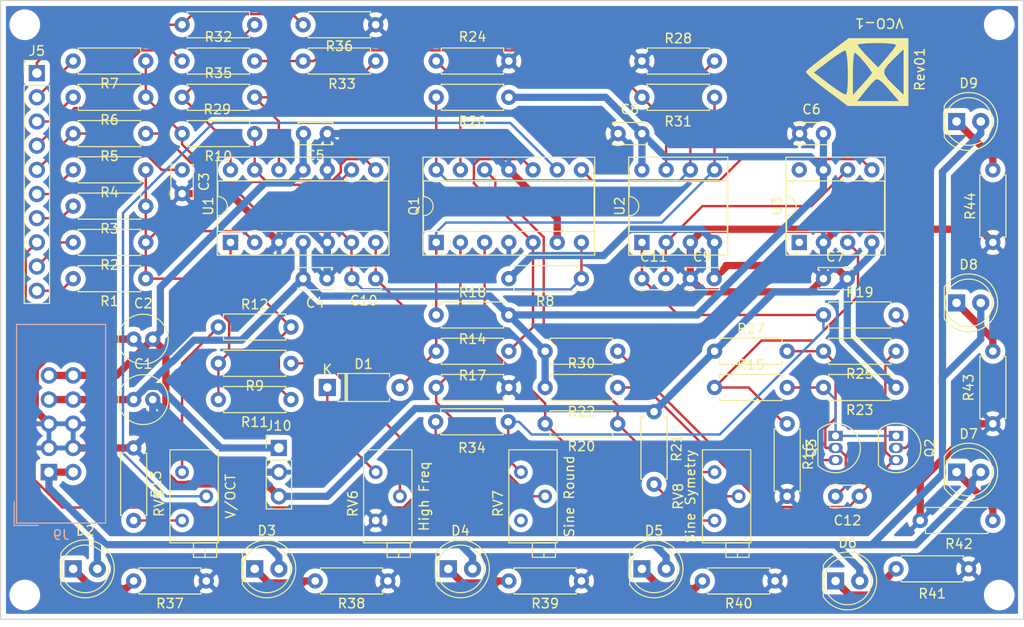
<source format=kicad_pcb>
(kicad_pcb (version 20171130) (host pcbnew 5.1.2)
  (layers (0 F.Cu signal) (31 B.Cu signal) (34 B.Paste user) (35 F.Paste user) (36 B.SilkS user) (37 F.SilkS user) (38 B.Mask user) (39 F.Mask user) (44 Edge.Cuts user))
  (net 0 "")
  (net 1 +15V)
  (net 2 -15V)
  (net 3 "Net-(C10-Pad2)")
  (net 4 "Net-(C10-Pad1)")
  (net 5 "Net-(D1-Pad1)")
  (net 6 +5V)
  (net 7 /Pulse)
  (net 8 "Net-(Q1-Pad14)")
  (net 9 "Net-(Q1-Pad13)")
  (net 10 "Net-(Q1-Pad12)")
  (net 11 "Net-(Q1-Pad10)")
  (net 12 "Net-(Q1-Pad3)")
  (net 13 "Net-(Q1-Pad9)")
  (net 14 "Net-(Q1-Pad2)")
  (net 15 "Net-(Q1-Pad8)")
  (net 16 "Net-(Q1-Pad1)")
  (net 17 "Net-(Q2-Pad1)")
  (net 18 "Net-(Q2-Pad2)")
  (net 19 "Net-(Q3-Pad3)")
  (net 20 "Net-(R1-Pad1)")
  (net 21 "Net-(R10-Pad2)")
  (net 22 "Net-(R9-Pad1)")
  (net 23 "Net-(R10-Pad1)")
  (net 24 "Net-(R11-Pad1)")
  (net 25 "Net-(R12-Pad1)")
  (net 26 "Net-(R13-Pad2)")
  (net 27 "Net-(R15-Pad1)")
  (net 28 "Net-(R21-Pad2)")
  (net 29 "Net-(R29-Pad2)")
  (net 30 "Net-(R29-Pad1)")
  (net 31 "Net-(R31-Pad1)")
  (net 32 "Net-(RV7-Pad3)")
  (net 33 GND)
  (net 34 "Net-(C11-Pad2)")
  (net 35 "Net-(C11-Pad1)")
  (net 36 "Net-(C12-Pad2)")
  (net 37 "Net-(C12-Pad1)")
  (net 38 /CV)
  (net 39 /PWM)
  (net 40 /Coarse)
  (net 41 /FINE)
  (net 42 /EXP_FM)
  (net 43 /INITIAL)
  (net 44 /Triangle)
  (net 45 /Sine)
  (net 46 "Net-(U3-Pad8)")
  (net 47 "Net-(U3-Pad1)")
  (net 48 /LIN_FM)
  (net 49 "Net-(D2-Pad1)")
  (net 50 "Net-(D3-Pad1)")
  (net 51 "Net-(D4-Pad1)")
  (net 52 "Net-(D5-Pad1)")
  (net 53 "Net-(D6-Pad1)")
  (net 54 "Net-(D7-Pad1)")
  (net 55 "Net-(D8-Pad1)")
  (net 56 "Net-(D9-Pad1)")
  (module logo:spielhuus (layer F.Cu) (at 149.63 78.63 90)
    (fp_text reference G*** hide)
    (fp_text value LOGO hide)
  )
  (module MountingHole:MountingHole_2.2mm_M2_ISO7380 (layer F.Cu) (at 164.5 133.56)
    (fp_text reference REF** hide)
    (fp_text value MountingHole_2.2mm_M2_ISO7380 hide)
    (pad 1 np_thru_hole circle (at 0 0) (size 2.2 2.2) (drill 2.2) (layers *.Cu *.Mask))
  )
  (module MountingHole:MountingHole_2.2mm_M2_ISO7380 (layer F.Cu) (at 62.23 133.56)
    (fp_text reference REF** hide)
    (fp_text value MountingHole_2.2mm_M2_ISO7380 hide)
    (pad 1 np_thru_hole circle (at 0 0) (size 2.2 2.2) (drill 2.2) (layers *.Cu *.Mask))
  )
  (module MountingHole:MountingHole_2.2mm_M2_ISO7380 (layer F.Cu) (at 62.23 73.66)
    (fp_text reference REF** hide)
    (fp_text value MountingHole_2.2mm_M2_ISO7380 hide)
    (pad 1 np_thru_hole circle (at 0 0) (size 2.2 2.2) (drill 2.2) (layers *.Cu *.Mask))
  )
  (module MountingHole:MountingHole_2.2mm_M2_ISO7380 (layer F.Cu) (at 164.5 73.66)
    (fp_text reference REF** hide)
    (fp_text value MountingHole_2.2mm_M2_ISO7380 hide)
    (pad 1 np_thru_hole circle (at 0 0) (size 2.2 2.2) (drill 2.2) (layers *.Cu *.Mask))
  )
  (module Connector_PinHeader_2.54mm:PinHeader_1x03_P2.54mm_Vertical (layer F.Cu) (at 88.9 118.11)
    (fp_text reference J10 (at 0 -2.33) (layer F.SilkS))
    (fp_text value "Panel Power")
    (pad 3 thru_hole oval (at 0 5.08) (size 1.7 1.7) (drill 1) (layers *.Cu *.Mask) (net 2 -15V))
    (pad 2 thru_hole oval (at 0 2.54) (size 1.7 1.7) (drill 1) (layers *.Cu *.Mask) (net 33 GND))
    (pad 1 thru_hole rect (at 0 0) (size 1.7 1.7) (drill 1) (layers *.Cu *.Mask) (net 1 +15V))
  )
  (module Package_DIP:DIP-8_W7.62mm_Socket (layer F.Cu) (at 143.51 96.52 90)
    (fp_text reference U3 (at 3.81 -2.33 90) (layer F.SilkS))
    (fp_text value CA3080)
    (pad 8 thru_hole oval (at 7.62 0 90) (size 1.6 1.6) (drill 0.8) (layers *.Cu *.Mask) (net 46 "Net-(U3-Pad8)"))
    (pad 4 thru_hole oval (at 0 7.62 90) (size 1.6 1.6) (drill 0.8) (layers *.Cu *.Mask) (net 2 -15V))
    (pad 7 thru_hole oval (at 7.62 2.54 90) (size 1.6 1.6) (drill 0.8) (layers *.Cu *.Mask) (net 1 +15V))
    (pad 3 thru_hole oval (at 0 5.08 90) (size 1.6 1.6) (drill 0.8) (layers *.Cu *.Mask) (net 27 "Net-(R15-Pad1)"))
    (pad 6 thru_hole oval (at 7.62 5.08 90) (size 1.6 1.6) (drill 0.8) (layers *.Cu *.Mask) (net 34 "Net-(C11-Pad2)"))
    (pad 2 thru_hole oval (at 0 2.54 90) (size 1.6 1.6) (drill 0.8) (layers *.Cu *.Mask) (net 33 GND))
    (pad 5 thru_hole oval (at 7.62 7.62 90) (size 1.6 1.6) (drill 0.8) (layers *.Cu *.Mask) (net 15 "Net-(Q1-Pad8)"))
    (pad 1 thru_hole rect (at 0 0 90) (size 1.6 1.6) (drill 0.8) (layers *.Cu *.Mask) (net 47 "Net-(U3-Pad1)"))
  )
  (module Package_DIP:DIP-8_W7.62mm_Socket (layer F.Cu) (at 127 96.52 90)
    (fp_text reference U2 (at 3.81 -2.33 90) (layer F.SilkS))
    (fp_text value TL072)
    (pad 8 thru_hole oval (at 7.62 0 90) (size 1.6 1.6) (drill 0.8) (layers *.Cu *.Mask) (net 1 +15V))
    (pad 4 thru_hole oval (at 0 7.62 90) (size 1.6 1.6) (drill 0.8) (layers *.Cu *.Mask) (net 2 -15V))
    (pad 7 thru_hole oval (at 7.62 2.54 90) (size 1.6 1.6) (drill 0.8) (layers *.Cu *.Mask) (net 31 "Net-(R31-Pad1)"))
    (pad 3 thru_hole oval (at 0 5.08 90) (size 1.6 1.6) (drill 0.8) (layers *.Cu *.Mask) (net 33 GND))
    (pad 6 thru_hole oval (at 7.62 5.08 90) (size 1.6 1.6) (drill 0.8) (layers *.Cu *.Mask) (net 8 "Net-(Q1-Pad14)"))
    (pad 2 thru_hole oval (at 0 2.54 90) (size 1.6 1.6) (drill 0.8) (layers *.Cu *.Mask) (net 34 "Net-(C11-Pad2)"))
    (pad 5 thru_hole oval (at 7.62 7.62 90) (size 1.6 1.6) (drill 0.8) (layers *.Cu *.Mask) (net 16 "Net-(Q1-Pad1)"))
    (pad 1 thru_hole rect (at 0 0 90) (size 1.6 1.6) (drill 0.8) (layers *.Cu *.Mask) (net 35 "Net-(C11-Pad1)"))
  )
  (module Potentiometer_THT:Potentiometer_Bourns_3296Z_Horizontal (layer F.Cu) (at 78.74 120.65 90)
    (fp_text reference RV5 (at -3.3 -2.4 90) (layer F.SilkS))
    (fp_text value "100 - V/OCT Trim")
    (pad 3 thru_hole circle (at -5.08 0 90) (size 1.44 1.44) (drill 0.8) (layers *.Cu *.Mask) (net 26 "Net-(R13-Pad2)"))
    (pad 2 thru_hole circle (at -2.54 2.54 90) (size 1.44 1.44) (drill 0.8) (layers *.Cu *.Mask) (net 13 "Net-(Q1-Pad9)"))
    (pad 1 thru_hole circle (at 0 0 90) (size 1.44 1.44) (drill 0.8) (layers *.Cu *.Mask) (net 25 "Net-(R12-Pad1)"))
  )
  (module Resistor_THT:R_Axial_DIN0207_L6.3mm_D2.5mm_P7.62mm_Horizontal (layer F.Cu) (at 140.97 132.08 180)
    (fp_text reference R40 (at 3.81 -2.37) (layer F.SilkS))
    (fp_text value 1k)
    (pad 2 thru_hole oval (at 7.62 0 180) (size 1.6 1.6) (drill 0.8) (layers *.Cu *.Mask) (net 52 "Net-(D5-Pad1)"))
    (pad 1 thru_hole circle (at 0 0 180) (size 1.6 1.6) (drill 0.8) (layers *.Cu *.Mask) (net 33 GND))
  )
  (module Resistor_THT:R_Axial_DIN0207_L6.3mm_D2.5mm_P7.62mm_Horizontal (layer F.Cu) (at 120.65 132.08 180)
    (fp_text reference R39 (at 3.81 -2.37) (layer F.SilkS))
    (fp_text value 1k)
    (pad 2 thru_hole oval (at 7.62 0 180) (size 1.6 1.6) (drill 0.8) (layers *.Cu *.Mask) (net 51 "Net-(D4-Pad1)"))
    (pad 1 thru_hole circle (at 0 0 180) (size 1.6 1.6) (drill 0.8) (layers *.Cu *.Mask) (net 33 GND))
  )
  (module Resistor_THT:R_Axial_DIN0207_L6.3mm_D2.5mm_P7.62mm_Horizontal (layer F.Cu) (at 100.33 132.08 180)
    (fp_text reference R38 (at 3.81 -2.37) (layer F.SilkS))
    (fp_text value 1k)
    (pad 2 thru_hole oval (at 7.62 0 180) (size 1.6 1.6) (drill 0.8) (layers *.Cu *.Mask) (net 50 "Net-(D3-Pad1)"))
    (pad 1 thru_hole circle (at 0 0 180) (size 1.6 1.6) (drill 0.8) (layers *.Cu *.Mask) (net 33 GND))
  )
  (module Resistor_THT:R_Axial_DIN0207_L6.3mm_D2.5mm_P7.62mm_Horizontal (layer F.Cu) (at 81.28 132.08 180)
    (fp_text reference R37 (at 3.81 -2.37) (layer F.SilkS))
    (fp_text value 1k)
    (pad 2 thru_hole oval (at 7.62 0 180) (size 1.6 1.6) (drill 0.8) (layers *.Cu *.Mask) (net 49 "Net-(D2-Pad1)"))
    (pad 1 thru_hole circle (at 0 0 180) (size 1.6 1.6) (drill 0.8) (layers *.Cu *.Mask) (net 33 GND))
  )
  (module Resistor_THT:R_Axial_DIN0207_L6.3mm_D2.5mm_P7.62mm_Horizontal (layer F.Cu) (at 163.83 96.52 90)
    (fp_text reference R44 (at 3.81 -2.37 90) (layer F.SilkS))
    (fp_text value 1k)
    (pad 2 thru_hole oval (at 7.62 0 90) (size 1.6 1.6) (drill 0.8) (layers *.Cu *.Mask) (net 56 "Net-(D9-Pad1)"))
    (pad 1 thru_hole circle (at 0 0 90) (size 1.6 1.6) (drill 0.8) (layers *.Cu *.Mask) (net 33 GND))
  )
  (module Resistor_THT:R_Axial_DIN0207_L6.3mm_D2.5mm_P7.62mm_Horizontal (layer F.Cu) (at 163.83 115.57 90)
    (fp_text reference R43 (at 3.81 -2.54 270) (layer F.SilkS))
    (fp_text value 1k)
    (pad 2 thru_hole oval (at 7.62 0 90) (size 1.6 1.6) (drill 0.8) (layers *.Cu *.Mask) (net 55 "Net-(D8-Pad1)"))
    (pad 1 thru_hole circle (at 0 0 90) (size 1.6 1.6) (drill 0.8) (layers *.Cu *.Mask) (net 33 GND))
  )
  (module Resistor_THT:R_Axial_DIN0207_L6.3mm_D2.5mm_P7.62mm_Horizontal (layer F.Cu) (at 156.21 125.73)
    (fp_text reference R42 (at 4.06 2.46) (layer F.SilkS))
    (fp_text value 1k)
    (pad 2 thru_hole oval (at 7.62 0) (size 1.6 1.6) (drill 0.8) (layers *.Cu *.Mask) (net 54 "Net-(D7-Pad1)"))
    (pad 1 thru_hole circle (at 0 0) (size 1.6 1.6) (drill 0.8) (layers *.Cu *.Mask) (net 33 GND))
  )
  (module Resistor_THT:R_Axial_DIN0207_L6.3mm_D2.5mm_P7.62mm_Horizontal (layer F.Cu) (at 161.29 130.81 180)
    (fp_text reference R41 (at 3.82 -2.6) (layer F.SilkS))
    (fp_text value 1k)
    (pad 2 thru_hole oval (at 7.62 0 180) (size 1.6 1.6) (drill 0.8) (layers *.Cu *.Mask) (net 53 "Net-(D6-Pad1)"))
    (pad 1 thru_hole circle (at 0 0 180) (size 1.6 1.6) (drill 0.8) (layers *.Cu *.Mask) (net 33 GND))
  )
  (module Capacitor_THT:C_Disc_D3.4mm_W2.1mm_P2.50mm (layer F.Cu) (at 78.74 88.9 270)
    (fp_text reference C3 (at 1.25 -2.3 90) (layer F.SilkS))
    (fp_text value 0.22u)
    (pad 2 thru_hole circle (at 2.5 0 270) (size 1.6 1.6) (drill 0.8) (layers *.Cu *.Mask) (net 33 GND))
    (pad 1 thru_hole circle (at 0 0 270) (size 1.6 1.6) (drill 0.8) (layers *.Cu *.Mask) (net 48 /LIN_FM))
  )
  (module Resistor_THT:R_Axial_DIN0207_L6.3mm_D2.5mm_P7.62mm_Horizontal (layer F.Cu) (at 73.66 118.11 270)
    (fp_text reference R13 (at 3.81 -2.37 90) (layer F.SilkS))
    (fp_text value 820)
    (pad 2 thru_hole oval (at 7.62 0 270) (size 1.6 1.6) (drill 0.8) (layers *.Cu *.Mask) (net 26 "Net-(R13-Pad2)"))
    (pad 1 thru_hole circle (at 0 0 270) (size 1.6 1.6) (drill 0.8) (layers *.Cu *.Mask) (net 33 GND))
  )
  (module Diode_THT:D_A-405_P7.62mm_Horizontal (layer F.Cu) (at 93.98 111.76)
    (fp_text reference D1 (at 3.81 -2.47) (layer F.SilkS))
    (fp_text value D)
    (fp_text user K (at 0 -1.9) (layer F.SilkS))
    (pad 2 thru_hole oval (at 7.62 0) (size 1.8 1.8) (drill 0.9) (layers *.Cu *.Mask) (net 4 "Net-(C10-Pad1)"))
    (pad 1 thru_hole rect (at 0 0) (size 1.8 1.8) (drill 0.9) (layers *.Cu *.Mask) (net 5 "Net-(D1-Pad1)"))
  )
  (module Capacitor_THT:C_Disc_D3.4mm_W2.1mm_P2.50mm (layer F.Cu) (at 147.32 123.19)
    (fp_text reference C12 (at 1.25 2.54) (layer F.SilkS))
    (fp_text value 47p)
    (pad 2 thru_hole circle (at 2.5 0) (size 1.6 1.6) (drill 0.8) (layers *.Cu *.Mask) (net 36 "Net-(C12-Pad2)"))
    (pad 1 thru_hole circle (at 0 0) (size 1.6 1.6) (drill 0.8) (layers *.Cu *.Mask) (net 37 "Net-(C12-Pad1)"))
  )
  (module Capacitor_THT:C_Disc_D3.4mm_W2.1mm_P2.50mm (layer F.Cu) (at 127 100.33)
    (fp_text reference C11 (at 1.25 -2.3) (layer F.SilkS))
    (fp_text value 0.001u)
    (pad 2 thru_hole circle (at 2.5 0) (size 1.6 1.6) (drill 0.8) (layers *.Cu *.Mask) (net 34 "Net-(C11-Pad2)"))
    (pad 1 thru_hole circle (at 0 0) (size 1.6 1.6) (drill 0.8) (layers *.Cu *.Mask) (net 35 "Net-(C11-Pad1)"))
  )
  (module Capacitor_THT:C_Disc_D3.4mm_W2.1mm_P2.50mm (layer F.Cu) (at 99.06 100.33 180)
    (fp_text reference C10 (at 1.25 -2.3) (layer F.SilkS))
    (fp_text value 1n)
    (pad 2 thru_hole circle (at 2.5 0 180) (size 1.6 1.6) (drill 0.8) (layers *.Cu *.Mask) (net 3 "Net-(C10-Pad2)"))
    (pad 1 thru_hole circle (at 0 0 180) (size 1.6 1.6) (drill 0.8) (layers *.Cu *.Mask) (net 4 "Net-(C10-Pad1)"))
  )
  (module Capacitor_THT:C_Disc_D3.4mm_W2.1mm_P2.50mm (layer F.Cu) (at 132.08 100.33)
    (fp_text reference C9 (at 1.25 -2.3) (layer F.SilkS))
    (fp_text value 0.01u)
    (pad 2 thru_hole circle (at 2.5 0) (size 1.6 1.6) (drill 0.8) (layers *.Cu *.Mask) (net 2 -15V))
    (pad 1 thru_hole circle (at 0 0) (size 1.6 1.6) (drill 0.8) (layers *.Cu *.Mask) (net 33 GND))
  )
  (module Capacitor_THT:C_Disc_D3.4mm_W2.1mm_P2.50mm (layer F.Cu) (at 146.05 100.33)
    (fp_text reference C7 (at 1.25 -2.3) (layer F.SilkS))
    (fp_text value 0.01u)
    (pad 2 thru_hole circle (at 2.5 0) (size 1.6 1.6) (drill 0.8) (layers *.Cu *.Mask) (net 2 -15V))
    (pad 1 thru_hole circle (at 0 0) (size 1.6 1.6) (drill 0.8) (layers *.Cu *.Mask) (net 33 GND))
  )
  (module Capacitor_THT:C_Disc_D3.4mm_W2.1mm_P2.50mm (layer F.Cu) (at 91.44 100.33)
    (fp_text reference C4 (at 1.27 2.54) (layer F.SilkS))
    (fp_text value 0.01u)
    (pad 2 thru_hole circle (at 2.5 0) (size 1.6 1.6) (drill 0.8) (layers *.Cu *.Mask) (net 33 GND))
    (pad 1 thru_hole circle (at 0 0) (size 1.6 1.6) (drill 0.8) (layers *.Cu *.Mask) (net 1 +15V))
  )
  (module Capacitor_THT:C_Disc_D3.4mm_W2.1mm_P2.50mm (layer F.Cu) (at 127 85.09 180)
    (fp_text reference C8 (at 1.27 2.54) (layer F.SilkS))
    (fp_text value 0.01u)
    (pad 2 thru_hole circle (at 2.5 0 180) (size 1.6 1.6) (drill 0.8) (layers *.Cu *.Mask) (net 33 GND))
    (pad 1 thru_hole circle (at 0 0 180) (size 1.6 1.6) (drill 0.8) (layers *.Cu *.Mask) (net 1 +15V))
  )
  (module Capacitor_THT:C_Disc_D3.4mm_W2.1mm_P2.50mm (layer F.Cu) (at 146.05 85.09 180)
    (fp_text reference C6 (at 1.25 2.54) (layer F.SilkS))
    (fp_text value 0.01u)
    (pad 2 thru_hole circle (at 2.5 0 180) (size 1.6 1.6) (drill 0.8) (layers *.Cu *.Mask) (net 33 GND))
    (pad 1 thru_hole circle (at 0 0 180) (size 1.6 1.6) (drill 0.8) (layers *.Cu *.Mask) (net 1 +15V))
  )
  (module Capacitor_THT:C_Disc_D3.4mm_W2.1mm_P2.50mm (layer F.Cu) (at 93.98 85.09 180)
    (fp_text reference C5 (at 1.25 -2.3) (layer F.SilkS))
    (fp_text value 0.01u)
    (pad 2 thru_hole circle (at 2.5 0 180) (size 1.6 1.6) (drill 0.8) (layers *.Cu *.Mask) (net 2 -15V))
    (pad 1 thru_hole circle (at 0 0 180) (size 1.6 1.6) (drill 0.8) (layers *.Cu *.Mask) (net 33 GND))
  )
  (module Resistor_THT:R_Axial_DIN0207_L6.3mm_D2.5mm_P7.62mm_Horizontal (layer F.Cu) (at 134.62 107.95)
    (fp_text reference R27 (at 3.81 -2.37) (layer F.SilkS))
    (fp_text value 100k)
    (pad 2 thru_hole oval (at 7.62 0) (size 1.6 1.6) (drill 0.8) (layers *.Cu *.Mask) (net 37 "Net-(C12-Pad1)"))
    (pad 1 thru_hole circle (at 0 0) (size 1.6 1.6) (drill 0.8) (layers *.Cu *.Mask) (net 2 -15V))
  )
  (module Resistor_THT:R_Axial_DIN0207_L6.3mm_D2.5mm_P7.62mm_Horizontal (layer F.Cu) (at 105.41 81.28)
    (fp_text reference R24 (at 3.81 -6.35) (layer F.SilkS))
    (fp_text value 10k)
    (pad 2 thru_hole oval (at 7.62 0) (size 1.6 1.6) (drill 0.8) (layers *.Cu *.Mask) (net 1 +15V))
    (pad 1 thru_hole circle (at 0 0) (size 1.6 1.6) (drill 0.8) (layers *.Cu *.Mask) (net 8 "Net-(Q1-Pad14)"))
  )
  (module Resistor_THT:R_Axial_DIN0207_L6.3mm_D2.5mm_P7.62mm_Horizontal (layer F.Cu) (at 153.67 111.76 180)
    (fp_text reference R23 (at 3.81 -2.37) (layer F.SilkS))
    (fp_text value 10k)
    (pad 2 thru_hole oval (at 7.62 0 180) (size 1.6 1.6) (drill 0.8) (layers *.Cu *.Mask) (net 17 "Net-(Q2-Pad1)"))
    (pad 1 thru_hole circle (at 0 0 180) (size 1.6 1.6) (drill 0.8) (layers *.Cu *.Mask) (net 2 -15V))
  )
  (module Resistor_THT:R_Axial_DIN0207_L6.3mm_D2.5mm_P7.62mm_Horizontal (layer F.Cu) (at 128.27 114.3 270)
    (fp_text reference R21 (at 3.81 -2.37 90) (layer F.SilkS))
    (fp_text value 18k)
    (pad 2 thru_hole oval (at 7.62 0 270) (size 1.6 1.6) (drill 0.8) (layers *.Cu *.Mask) (net 28 "Net-(R21-Pad2)"))
    (pad 1 thru_hole circle (at 0 0 270) (size 1.6 1.6) (drill 0.8) (layers *.Cu *.Mask) (net 2 -15V))
  )
  (module Resistor_THT:R_Axial_DIN0207_L6.3mm_D2.5mm_P7.62mm_Horizontal (layer F.Cu) (at 124.46 115.57 180)
    (fp_text reference R20 (at 3.81 -2.37) (layer F.SilkS))
    (fp_text value 390)
    (pad 2 thru_hole oval (at 7.62 0 180) (size 1.6 1.6) (drill 0.8) (layers *.Cu *.Mask) (net 12 "Net-(Q1-Pad3)"))
    (pad 1 thru_hole circle (at 0 0 180) (size 1.6 1.6) (drill 0.8) (layers *.Cu *.Mask) (net 10 "Net-(Q1-Pad12)"))
  )
  (module Resistor_THT:R_Axial_DIN0207_L6.3mm_D2.5mm_P7.62mm_Horizontal (layer F.Cu) (at 146.05 104.14)
    (fp_text reference R19 (at 3.81 -2.37) (layer F.SilkS))
    (fp_text value 27k)
    (pad 2 thru_hole oval (at 7.62 0) (size 1.6 1.6) (drill 0.8) (layers *.Cu *.Mask) (net 18 "Net-(Q2-Pad2)"))
    (pad 1 thru_hole circle (at 0 0) (size 1.6 1.6) (drill 0.8) (layers *.Cu *.Mask) (net 35 "Net-(C11-Pad1)"))
  )
  (module Resistor_THT:R_Axial_DIN0207_L6.3mm_D2.5mm_P7.62mm_Horizontal (layer F.Cu) (at 105.41 104.14)
    (fp_text reference R18 (at 3.81 -2.37) (layer F.SilkS))
    (fp_text value 10k)
    (pad 2 thru_hole oval (at 7.62 0) (size 1.6 1.6) (drill 0.8) (layers *.Cu *.Mask) (net 1 +15V))
    (pad 1 thru_hole circle (at 0 0) (size 1.6 1.6) (drill 0.8) (layers *.Cu *.Mask) (net 16 "Net-(Q1-Pad1)"))
  )
  (module Resistor_THT:R_Axial_DIN0207_L6.3mm_D2.5mm_P7.62mm_Horizontal (layer F.Cu) (at 113.03 111.76 180)
    (fp_text reference R17 (at 3.81 1.27) (layer F.SilkS))
    (fp_text value 2.2k)
    (pad 2 thru_hole oval (at 7.62 0 180) (size 1.6 1.6) (drill 0.8) (layers *.Cu *.Mask) (net 14 "Net-(Q1-Pad2)"))
    (pad 1 thru_hole circle (at 0 0 180) (size 1.6 1.6) (drill 0.8) (layers *.Cu *.Mask) (net 33 GND))
  )
  (module Resistor_THT:R_Axial_DIN0207_L6.3mm_D2.5mm_P7.62mm_Horizontal (layer F.Cu) (at 142.24 123.19 90)
    (fp_text reference R16 (at 4.21 2.21 90) (layer F.SilkS))
    (fp_text value 10k)
    (pad 2 thru_hole oval (at 7.62 0 90) (size 1.6 1.6) (drill 0.8) (layers *.Cu *.Mask) (net 27 "Net-(R15-Pad1)"))
    (pad 1 thru_hole circle (at 0 0 90) (size 1.6 1.6) (drill 0.8) (layers *.Cu *.Mask) (net 33 GND))
  )
  (module Resistor_THT:R_Axial_DIN0207_L6.3mm_D2.5mm_P7.62mm_Horizontal (layer F.Cu) (at 134.62 111.76)
    (fp_text reference R15 (at 3.81 -2.37) (layer F.SilkS))
    (fp_text value 100k)
    (pad 2 thru_hole oval (at 7.62 0) (size 1.6 1.6) (drill 0.8) (layers *.Cu *.Mask) (net 17 "Net-(Q2-Pad1)"))
    (pad 1 thru_hole circle (at 0 0) (size 1.6 1.6) (drill 0.8) (layers *.Cu *.Mask) (net 27 "Net-(R15-Pad1)"))
  )
  (module Resistor_THT:R_Axial_DIN0207_L6.3mm_D2.5mm_P7.62mm_Horizontal (layer F.Cu) (at 105.41 107.95)
    (fp_text reference R14 (at 3.81 -1.27) (layer F.SilkS))
    (fp_text value 22k)
    (pad 2 thru_hole oval (at 7.62 0) (size 1.6 1.6) (drill 0.8) (layers *.Cu *.Mask) (net 11 "Net-(Q1-Pad10)"))
    (pad 1 thru_hole circle (at 0 0) (size 1.6 1.6) (drill 0.8) (layers *.Cu *.Mask) (net 4 "Net-(C10-Pad1)"))
  )
  (module Resistor_THT:R_Axial_DIN0207_L6.3mm_D2.5mm_P7.62mm_Horizontal (layer F.Cu) (at 82.55 105.41)
    (fp_text reference R12 (at 3.81 -2.37) (layer F.SilkS))
    (fp_text value 47)
    (pad 2 thru_hole oval (at 7.62 0) (size 1.6 1.6) (drill 0.8) (layers *.Cu *.Mask) (net 24 "Net-(R11-Pad1)"))
    (pad 1 thru_hole circle (at 0 0) (size 1.6 1.6) (drill 0.8) (layers *.Cu *.Mask) (net 25 "Net-(R12-Pad1)"))
  )
  (module Resistor_THT:R_Axial_DIN0207_L6.3mm_D2.5mm_P7.62mm_Horizontal (layer F.Cu) (at 90.17 113.03 180)
    (fp_text reference R11 (at 3.81 -2.37 180) (layer F.SilkS))
    (fp_text value 2k)
    (pad 2 thru_hole oval (at 7.62 0 180) (size 1.6 1.6) (drill 0.8) (layers *.Cu *.Mask) (net 20 "Net-(R1-Pad1)"))
    (pad 1 thru_hole circle (at 0 0 180) (size 1.6 1.6) (drill 0.8) (layers *.Cu *.Mask) (net 24 "Net-(R11-Pad1)"))
  )
  (module Resistor_THT:R_Axial_DIN0207_L6.3mm_D2.5mm_P7.62mm_Horizontal (layer F.Cu) (at 90.17 109.22 180)
    (fp_text reference R9 (at 3.81 -2.37) (layer F.SilkS))
    (fp_text value 2M2)
    (pad 2 thru_hole oval (at 7.62 0 180) (size 1.6 1.6) (drill 0.8) (layers *.Cu *.Mask) (net 20 "Net-(R1-Pad1)"))
    (pad 1 thru_hole circle (at 0 0 180) (size 1.6 1.6) (drill 0.8) (layers *.Cu *.Mask) (net 22 "Net-(R9-Pad1)"))
  )
  (module Resistor_THT:R_Axial_DIN0207_L6.3mm_D2.5mm_P7.62mm_Horizontal (layer F.Cu) (at 120.65 100.33 180)
    (fp_text reference R8 (at 3.81 -2.37) (layer F.SilkS))
    (fp_text value 1M5)
    (pad 2 thru_hole oval (at 7.62 0 180) (size 1.6 1.6) (drill 0.8) (layers *.Cu *.Mask) (net 2 -15V))
    (pad 1 thru_hole circle (at 0 0 180) (size 1.6 1.6) (drill 0.8) (layers *.Cu *.Mask) (net 3 "Net-(C10-Pad2)"))
  )
  (module Resistor_THT:R_Axial_DIN0207_L6.3mm_D2.5mm_P7.62mm_Horizontal (layer F.Cu) (at 99.06 73.66 180)
    (fp_text reference R36 (at 3.82 -2.25) (layer F.SilkS))
    (fp_text value 3k hide)
    (pad 2 thru_hole oval (at 7.62 0 180) (size 1.6 1.6) (drill 0.8) (layers *.Cu *.Mask) (net 7 /Pulse))
    (pad 1 thru_hole circle (at 0 0 180) (size 1.6 1.6) (drill 0.8) (layers *.Cu *.Mask) (net 33 GND))
  )
  (module Resistor_THT:R_Axial_DIN0207_L6.3mm_D2.5mm_P7.62mm_Horizontal (layer F.Cu) (at 78.74 77.47)
    (fp_text reference R35 (at 3.81 1.27) (layer F.SilkS))
    (fp_text value 1k)
    (pad 2 thru_hole oval (at 7.62 0) (size 1.6 1.6) (drill 0.8) (layers *.Cu *.Mask) (net 31 "Net-(R31-Pad1)"))
    (pad 1 thru_hole circle (at 0 0) (size 1.6 1.6) (drill 0.8) (layers *.Cu *.Mask) (net 45 /Sine))
  )
  (module Resistor_THT:R_Axial_DIN0207_L6.3mm_D2.5mm_P7.62mm_Horizontal (layer F.Cu) (at 105.35 115.36)
    (fp_text reference R34 (at 3.81 2.75) (layer F.SilkS))
    (fp_text value 1k)
    (pad 2 thru_hole oval (at 7.62 0) (size 1.6 1.6) (drill 0.8) (layers *.Cu *.Mask) (net 35 "Net-(C11-Pad1)"))
    (pad 1 thru_hole circle (at 0 0) (size 1.6 1.6) (drill 0.8) (layers *.Cu *.Mask) (net 44 /Triangle))
  )
  (module Resistor_THT:R_Axial_DIN0207_L6.3mm_D2.5mm_P7.62mm_Horizontal (layer F.Cu) (at 99.06 77.47 180)
    (fp_text reference R33 (at 3.54 -2.41) (layer F.SilkS))
    (fp_text value 2.2k)
    (pad 2 thru_hole oval (at 7.62 0 180) (size 1.6 1.6) (drill 0.8) (layers *.Cu *.Mask) (net 31 "Net-(R31-Pad1)"))
    (pad 1 thru_hole circle (at 0 0 180) (size 1.6 1.6) (drill 0.8) (layers *.Cu *.Mask) (net 29 "Net-(R29-Pad2)"))
  )
  (module Resistor_THT:R_Axial_DIN0207_L6.3mm_D2.5mm_P7.62mm_Horizontal (layer F.Cu) (at 78.74 73.66)
    (fp_text reference R32 (at 3.81 1.27) (layer F.SilkS))
    (fp_text value 3k)
    (pad 2 thru_hole oval (at 7.62 0) (size 1.6 1.6) (drill 0.8) (layers *.Cu *.Mask) (net 30 "Net-(R29-Pad1)"))
    (pad 1 thru_hole circle (at 0 0) (size 1.6 1.6) (drill 0.8) (layers *.Cu *.Mask) (net 7 /Pulse))
  )
  (module Resistor_THT:R_Axial_DIN0207_L6.3mm_D2.5mm_P7.62mm_Horizontal (layer F.Cu) (at 127 81.28)
    (fp_text reference R31 (at 3.81 2.54) (layer F.SilkS))
    (fp_text value 12k)
    (pad 2 thru_hole oval (at 7.62 0) (size 1.6 1.6) (drill 0.8) (layers *.Cu *.Mask) (net 16 "Net-(Q1-Pad1)"))
    (pad 1 thru_hole circle (at 0 0) (size 1.6 1.6) (drill 0.8) (layers *.Cu *.Mask) (net 31 "Net-(R31-Pad1)"))
  )
  (module Resistor_THT:R_Axial_DIN0207_L6.3mm_D2.5mm_P7.62mm_Horizontal (layer F.Cu) (at 124.46 107.95 180)
    (fp_text reference R30 (at 3.81 -1.27) (layer F.SilkS))
    (fp_text value 5.1k)
    (pad 2 thru_hole oval (at 7.62 0 180) (size 1.6 1.6) (drill 0.8) (layers *.Cu *.Mask) (net 1 +15V))
    (pad 1 thru_hole circle (at 0 0 180) (size 1.6 1.6) (drill 0.8) (layers *.Cu *.Mask) (net 19 "Net-(Q3-Pad3)"))
  )
  (module Resistor_THT:R_Axial_DIN0207_L6.3mm_D2.5mm_P7.62mm_Horizontal (layer F.Cu) (at 78.74 81.28)
    (fp_text reference R29 (at 3.69 1.27) (layer F.SilkS))
    (fp_text value 2M2)
    (pad 2 thru_hole oval (at 7.62 0) (size 1.6 1.6) (drill 0.8) (layers *.Cu *.Mask) (net 29 "Net-(R29-Pad2)"))
    (pad 1 thru_hole circle (at 0 0) (size 1.6 1.6) (drill 0.8) (layers *.Cu *.Mask) (net 30 "Net-(R29-Pad1)"))
  )
  (module Resistor_THT:R_Axial_DIN0207_L6.3mm_D2.5mm_P7.62mm_Horizontal (layer F.Cu) (at 127 77.47)
    (fp_text reference R28 (at 3.81 -2.37) (layer F.SilkS))
    (fp_text value 2.2k)
    (pad 2 thru_hole oval (at 7.62 0) (size 1.6 1.6) (drill 0.8) (layers *.Cu *.Mask) (net 8 "Net-(Q1-Pad14)"))
    (pad 1 thru_hole circle (at 0 0) (size 1.6 1.6) (drill 0.8) (layers *.Cu *.Mask) (net 33 GND))
  )
  (module Resistor_THT:R_Axial_DIN0207_L6.3mm_D2.5mm_P7.62mm_Horizontal (layer F.Cu) (at 113.03 77.47 180)
    (fp_text reference R26 (at 3.81 -6.35) (layer F.SilkS))
    (fp_text value 2.2k)
    (pad 2 thru_hole oval (at 7.62 0 180) (size 1.6 1.6) (drill 0.8) (layers *.Cu *.Mask) (net 9 "Net-(Q1-Pad13)"))
    (pad 1 thru_hole circle (at 0 0 180) (size 1.6 1.6) (drill 0.8) (layers *.Cu *.Mask) (net 33 GND))
  )
  (module Resistor_THT:R_Axial_DIN0207_L6.3mm_D2.5mm_P7.62mm_Horizontal (layer F.Cu) (at 153.67 107.95 180)
    (fp_text reference R25 (at 3.81 -2.37) (layer F.SilkS))
    (fp_text value 18k)
    (pad 2 thru_hole oval (at 7.62 0 180) (size 1.6 1.6) (drill 0.8) (layers *.Cu *.Mask) (net 37 "Net-(C12-Pad1)"))
    (pad 1 thru_hole circle (at 0 0 180) (size 1.6 1.6) (drill 0.8) (layers *.Cu *.Mask) (net 36 "Net-(C12-Pad2)"))
  )
  (module Resistor_THT:R_Axial_DIN0207_L6.3mm_D2.5mm_P7.62mm_Horizontal (layer F.Cu) (at 116.84 111.76)
    (fp_text reference R22 (at 3.81 2.54) (layer F.SilkS))
    (fp_text value 10k)
    (pad 2 thru_hole oval (at 7.62 0) (size 1.6 1.6) (drill 0.8) (layers *.Cu *.Mask) (net 36 "Net-(C12-Pad2)"))
    (pad 1 thru_hole circle (at 0 0) (size 1.6 1.6) (drill 0.8) (layers *.Cu *.Mask) (net 1 +15V))
  )
  (module Resistor_THT:R_Axial_DIN0207_L6.3mm_D2.5mm_P7.62mm_Horizontal (layer F.Cu) (at 86.36 85.09 180)
    (fp_text reference R10 (at 3.81 -2.37) (layer F.SilkS))
    (fp_text value 150k)
    (pad 2 thru_hole oval (at 7.62 0 180) (size 1.6 1.6) (drill 0.8) (layers *.Cu *.Mask) (net 21 "Net-(R10-Pad2)"))
    (pad 1 thru_hole circle (at 0 0 180) (size 1.6 1.6) (drill 0.8) (layers *.Cu *.Mask) (net 23 "Net-(R10-Pad1)"))
  )
  (module Resistor_THT:R_Axial_DIN0207_L6.3mm_D2.5mm_P7.62mm_Horizontal (layer F.Cu) (at 74.93 77.47 180)
    (fp_text reference R7 (at 3.81 -2.37) (layer F.SilkS))
    (fp_text value 330k)
    (pad 2 thru_hole oval (at 7.62 0 180) (size 1.6 1.6) (drill 0.8) (layers *.Cu *.Mask) (net 43 /INITIAL))
    (pad 1 thru_hole circle (at 0 0 180) (size 1.6 1.6) (drill 0.8) (layers *.Cu *.Mask) (net 21 "Net-(R10-Pad2)"))
  )
  (module Resistor_THT:R_Axial_DIN0207_L6.3mm_D2.5mm_P7.62mm_Horizontal (layer F.Cu) (at 74.93 81.28 180)
    (fp_text reference R6 (at 3.81 -2.37) (layer F.SilkS))
    (fp_text value 100k)
    (pad 2 thru_hole oval (at 7.62 0 180) (size 1.6 1.6) (drill 0.8) (layers *.Cu *.Mask) (net 39 /PWM))
    (pad 1 thru_hole circle (at 0 0 180) (size 1.6 1.6) (drill 0.8) (layers *.Cu *.Mask) (net 21 "Net-(R10-Pad2)"))
  )
  (module Resistor_THT:R_Axial_DIN0207_L6.3mm_D2.5mm_P7.62mm_Horizontal (layer F.Cu) (at 74.93 85.09 180)
    (fp_text reference R5 (at 3.81 -2.37) (layer F.SilkS))
    (fp_text value 1M)
    (pad 2 thru_hole oval (at 7.62 0 180) (size 1.6 1.6) (drill 0.8) (layers *.Cu *.Mask) (net 48 /LIN_FM))
    (pad 1 thru_hole circle (at 0 0 180) (size 1.6 1.6) (drill 0.8) (layers *.Cu *.Mask) (net 3 "Net-(C10-Pad2)"))
  )
  (module Resistor_THT:R_Axial_DIN0207_L6.3mm_D2.5mm_P7.62mm_Horizontal (layer F.Cu) (at 74.93 88.9 180)
    (fp_text reference R4 (at 3.81 -2.37) (layer F.SilkS))
    (fp_text value 100k)
    (pad 2 thru_hole oval (at 7.62 0 180) (size 1.6 1.6) (drill 0.8) (layers *.Cu *.Mask) (net 42 /EXP_FM))
    (pad 1 thru_hole circle (at 0 0 180) (size 1.6 1.6) (drill 0.8) (layers *.Cu *.Mask) (net 20 "Net-(R1-Pad1)"))
  )
  (module Resistor_THT:R_Axial_DIN0207_L6.3mm_D2.5mm_P7.62mm_Horizontal (layer F.Cu) (at 74.93 92.71 180)
    (fp_text reference R3 (at 3.81 -2.37) (layer F.SilkS))
    (fp_text value 3M3)
    (pad 2 thru_hole oval (at 7.62 0 180) (size 1.6 1.6) (drill 0.8) (layers *.Cu *.Mask) (net 41 /FINE))
    (pad 1 thru_hole circle (at 0 0 180) (size 1.6 1.6) (drill 0.8) (layers *.Cu *.Mask) (net 20 "Net-(R1-Pad1)"))
  )
  (module Resistor_THT:R_Axial_DIN0207_L6.3mm_D2.5mm_P7.62mm_Horizontal (layer F.Cu) (at 74.93 96.52 180)
    (fp_text reference R2 (at 3.81 -2.37) (layer F.SilkS))
    (fp_text value 100k)
    (pad 2 thru_hole oval (at 7.62 0 180) (size 1.6 1.6) (drill 0.8) (layers *.Cu *.Mask) (net 40 /Coarse))
    (pad 1 thru_hole circle (at 0 0 180) (size 1.6 1.6) (drill 0.8) (layers *.Cu *.Mask) (net 20 "Net-(R1-Pad1)"))
  )
  (module Resistor_THT:R_Axial_DIN0207_L6.3mm_D2.5mm_P7.62mm_Horizontal (layer F.Cu) (at 74.93 100.33 180)
    (fp_text reference R1 (at 3.81 -2.37) (layer F.SilkS))
    (fp_text value 100k)
    (pad 2 thru_hole oval (at 7.62 0 180) (size 1.6 1.6) (drill 0.8) (layers *.Cu *.Mask) (net 38 /CV))
    (pad 1 thru_hole circle (at 0 0 180) (size 1.6 1.6) (drill 0.8) (layers *.Cu *.Mask) (net 20 "Net-(R1-Pad1)"))
  )
  (module Package_DIP:DIP-14_W7.62mm_Socket (layer F.Cu) (at 83.82 96.52 90)
    (fp_text reference U1 (at 3.81 -2.33 90) (layer F.SilkS))
    (fp_text value TL074)
    (pad 14 thru_hole oval (at 7.62 0 90) (size 1.6 1.6) (drill 0.8) (layers *.Cu *.Mask) (net 30 "Net-(R29-Pad1)"))
    (pad 7 thru_hole oval (at 0 15.24 90) (size 1.6 1.6) (drill 0.8) (layers *.Cu *.Mask) (net 4 "Net-(C10-Pad1)"))
    (pad 13 thru_hole oval (at 7.62 2.54 90) (size 1.6 1.6) (drill 0.8) (layers *.Cu *.Mask) (net 23 "Net-(R10-Pad1)"))
    (pad 6 thru_hole oval (at 0 12.7 90) (size 1.6 1.6) (drill 0.8) (layers *.Cu *.Mask) (net 3 "Net-(C10-Pad2)"))
    (pad 12 thru_hole oval (at 7.62 5.08 90) (size 1.6 1.6) (drill 0.8) (layers *.Cu *.Mask) (net 29 "Net-(R29-Pad2)"))
    (pad 5 thru_hole oval (at 0 10.16 90) (size 1.6 1.6) (drill 0.8) (layers *.Cu *.Mask) (net 33 GND))
    (pad 11 thru_hole oval (at 7.62 7.62 90) (size 1.6 1.6) (drill 0.8) (layers *.Cu *.Mask) (net 2 -15V))
    (pad 4 thru_hole oval (at 0 7.62 90) (size 1.6 1.6) (drill 0.8) (layers *.Cu *.Mask) (net 1 +15V))
    (pad 10 thru_hole oval (at 7.62 10.16 90) (size 1.6 1.6) (drill 0.8) (layers *.Cu *.Mask) (net 33 GND))
    (pad 3 thru_hole oval (at 0 5.08 90) (size 1.6 1.6) (drill 0.8) (layers *.Cu *.Mask) (net 33 GND))
    (pad 9 thru_hole oval (at 7.62 12.7 90) (size 1.6 1.6) (drill 0.8) (layers *.Cu *.Mask) (net 21 "Net-(R10-Pad2)"))
    (pad 2 thru_hole oval (at 0 2.54 90) (size 1.6 1.6) (drill 0.8) (layers *.Cu *.Mask) (net 20 "Net-(R1-Pad1)"))
    (pad 8 thru_hole oval (at 7.62 15.24 90) (size 1.6 1.6) (drill 0.8) (layers *.Cu *.Mask) (net 23 "Net-(R10-Pad1)"))
    (pad 1 thru_hole rect (at 0 0 90) (size 1.6 1.6) (drill 0.8) (layers *.Cu *.Mask) (net 24 "Net-(R11-Pad1)"))
  )
  (module Potentiometer_THT:Potentiometer_Bourns_3296Z_Horizontal (layer F.Cu) (at 134.62 120.65 90)
    (fp_text reference RV8 (at -2.54 -3.81 90) (layer F.SilkS))
    (fp_text value "50k - Sine Symetrie Trim")
    (pad 3 thru_hole circle (at -5.08 0 90) (size 1.44 1.44) (drill 0.8) (layers *.Cu *.Mask) (net 12 "Net-(Q1-Pad3)"))
    (pad 2 thru_hole circle (at -2.54 2.54 90) (size 1.44 1.44) (drill 0.8) (layers *.Cu *.Mask) (net 28 "Net-(R21-Pad2)"))
    (pad 1 thru_hole circle (at 0 0 90) (size 1.44 1.44) (drill 0.8) (layers *.Cu *.Mask) (net 10 "Net-(Q1-Pad12)"))
  )
  (module Potentiometer_THT:Potentiometer_Bourns_3296Z_Horizontal (layer F.Cu) (at 114.3 120.65 90)
    (fp_text reference RV7 (at -3.3 -2.4 90) (layer F.SilkS))
    (fp_text value "100k - Sine Round Trim")
    (pad 3 thru_hole circle (at -5.08 0 90) (size 1.44 1.44) (drill 0.8) (layers *.Cu *.Mask) (net 32 "Net-(RV7-Pad3)"))
    (pad 2 thru_hole circle (at -2.54 2.54 90) (size 1.44 1.44) (drill 0.8) (layers *.Cu *.Mask) (net 14 "Net-(Q1-Pad2)"))
    (pad 1 thru_hole circle (at 0 0 90) (size 1.44 1.44) (drill 0.8) (layers *.Cu *.Mask) (net 35 "Net-(C11-Pad1)"))
  )
  (module Potentiometer_THT:Potentiometer_Bourns_3296Z_Horizontal (layer F.Cu) (at 99.06 120.65 90)
    (fp_text reference RV6 (at -3.3 -2.4 90) (layer F.SilkS))
    (fp_text value "100k - High Freq Trim")
    (pad 3 thru_hole circle (at -5.08 0 90) (size 1.44 1.44) (drill 0.8) (layers *.Cu *.Mask) (net 33 GND))
    (pad 2 thru_hole circle (at -2.54 2.54 90) (size 1.44 1.44) (drill 0.8) (layers *.Cu *.Mask) (net 22 "Net-(R9-Pad1)"))
    (pad 1 thru_hole circle (at 0 0 90) (size 1.44 1.44) (drill 0.8) (layers *.Cu *.Mask) (net 5 "Net-(D1-Pad1)"))
  )
  (module Package_TO_SOT_THT:TO-92_Inline (layer F.Cu) (at 147.32 116.84 270)
    (fp_text reference Q3 (at 1.27 2.54 90) (layer F.SilkS))
    (fp_text value 2N3904)
    (pad 1 thru_hole rect (at 0 0 270) (size 1.05 1.5) (drill 0.75) (layers *.Cu *.Mask) (net 17 "Net-(Q2-Pad1)"))
    (pad 3 thru_hole oval (at 2.54 0 270) (size 1.05 1.5) (drill 0.75) (layers *.Cu *.Mask) (net 19 "Net-(Q3-Pad3)"))
    (pad 2 thru_hole oval (at 1.27 0 270) (size 1.05 1.5) (drill 0.75) (layers *.Cu *.Mask) (net 37 "Net-(C12-Pad1)"))
  )
  (module Package_TO_SOT_THT:TO-92_Inline (layer F.Cu) (at 153.67 116.84 270)
    (fp_text reference Q2 (at 1.27 -3.56 90) (layer F.SilkS))
    (fp_text value 2N3904)
    (pad 1 thru_hole rect (at 0 0 270) (size 1.05 1.5) (drill 0.75) (layers *.Cu *.Mask) (net 17 "Net-(Q2-Pad1)"))
    (pad 3 thru_hole oval (at 2.54 0 270) (size 1.05 1.5) (drill 0.75) (layers *.Cu *.Mask) (net 36 "Net-(C12-Pad2)"))
    (pad 2 thru_hole oval (at 1.27 0 270) (size 1.05 1.5) (drill 0.75) (layers *.Cu *.Mask) (net 18 "Net-(Q2-Pad2)"))
  )
  (module Package_DIP:DIP-14_W7.62mm_Socket (layer F.Cu) (at 105.41 96.52 90)
    (fp_text reference Q1 (at 3.81 -2.33 90) (layer F.SilkS))
    (fp_text value THAT340)
    (pad 14 thru_hole oval (at 7.62 0 90) (size 1.6 1.6) (drill 0.8) (layers *.Cu *.Mask) (net 8 "Net-(Q1-Pad14)"))
    (pad 7 thru_hole oval (at 0 15.24 90) (size 1.6 1.6) (drill 0.8) (layers *.Cu *.Mask) (net 3 "Net-(C10-Pad2)"))
    (pad 13 thru_hole oval (at 7.62 2.54 90) (size 1.6 1.6) (drill 0.8) (layers *.Cu *.Mask) (net 9 "Net-(Q1-Pad13)"))
    (pad 6 thru_hole oval (at 0 12.7 90) (size 1.6 1.6) (drill 0.8) (layers *.Cu *.Mask) (net 33 GND))
    (pad 12 thru_hole oval (at 7.62 5.08 90) (size 1.6 1.6) (drill 0.8) (layers *.Cu *.Mask) (net 10 "Net-(Q1-Pad12)"))
    (pad 5 thru_hole oval (at 0 10.16 90) (size 1.6 1.6) (drill 0.8) (layers *.Cu *.Mask) (net 11 "Net-(Q1-Pad10)"))
    (pad 11 thru_hole oval (at 7.62 7.62 90) (size 1.6 1.6) (drill 0.8) (layers *.Cu *.Mask) (net 33 GND))
    (pad 4 thru_hole oval (at 0 7.62 90) (size 1.6 1.6) (drill 0.8) (layers *.Cu *.Mask) (net 33 GND))
    (pad 10 thru_hole oval (at 7.62 10.16 90) (size 1.6 1.6) (drill 0.8) (layers *.Cu *.Mask) (net 11 "Net-(Q1-Pad10)"))
    (pad 3 thru_hole oval (at 0 5.08 90) (size 1.6 1.6) (drill 0.8) (layers *.Cu *.Mask) (net 12 "Net-(Q1-Pad3)"))
    (pad 9 thru_hole oval (at 7.62 12.7 90) (size 1.6 1.6) (drill 0.8) (layers *.Cu *.Mask) (net 13 "Net-(Q1-Pad9)"))
    (pad 2 thru_hole oval (at 0 2.54 90) (size 1.6 1.6) (drill 0.8) (layers *.Cu *.Mask) (net 14 "Net-(Q1-Pad2)"))
    (pad 8 thru_hole oval (at 7.62 15.24 90) (size 1.6 1.6) (drill 0.8) (layers *.Cu *.Mask) (net 15 "Net-(Q1-Pad8)"))
    (pad 1 thru_hole rect (at 0 0 90) (size 1.6 1.6) (drill 0.8) (layers *.Cu *.Mask) (net 16 "Net-(Q1-Pad1)"))
  )
  (module Connector_IDC:IDC-Header_2x05_P2.54mm_Vertical (layer B.Cu) (at 64.77 120.65)
    (fp_text reference J9 (at 1.27 6.604) (layer B.SilkS) (effects (justify mirror)))
    (fp_text value POWER)
    (pad 10 thru_hole oval (at 2.54 -10.16) (size 1.7272 1.7272) (drill 1.016) (layers *.Cu *.Mask) (net 2 -15V))
    (pad 9 thru_hole oval (at 0 -10.16) (size 1.7272 1.7272) (drill 1.016) (layers *.Cu *.Mask) (net 2 -15V))
    (pad 8 thru_hole oval (at 2.54 -7.62) (size 1.7272 1.7272) (drill 1.016) (layers *.Cu *.Mask) (net 1 +15V))
    (pad 7 thru_hole oval (at 0 -7.62) (size 1.7272 1.7272) (drill 1.016) (layers *.Cu *.Mask) (net 1 +15V))
    (pad 6 thru_hole oval (at 2.54 -5.08) (size 1.7272 1.7272) (drill 1.016) (layers *.Cu *.Mask) (net 33 GND))
    (pad 5 thru_hole oval (at 0 -5.08) (size 1.7272 1.7272) (drill 1.016) (layers *.Cu *.Mask) (net 33 GND))
    (pad 4 thru_hole oval (at 2.54 -2.54) (size 1.7272 1.7272) (drill 1.016) (layers *.Cu *.Mask) (net 33 GND))
    (pad 3 thru_hole oval (at 0 -2.54) (size 1.7272 1.7272) (drill 1.016) (layers *.Cu *.Mask) (net 33 GND))
    (pad 2 thru_hole oval (at 2.54 0) (size 1.7272 1.7272) (drill 1.016) (layers *.Cu *.Mask) (net 6 +5V))
    (pad 1 thru_hole rect (at 0 0) (size 1.7272 1.7272) (drill 1.016) (layers *.Cu *.Mask) (net 6 +5V))
  )
  (module Connector_PinHeader_2.54mm:PinHeader_1x10_P2.54mm_Vertical (layer F.Cu) (at 63.5 78.74)
    (fp_text reference J5 (at 0 -2.33) (layer F.SilkS))
    (fp_text value PANEL)
    (pad 10 thru_hole oval (at 0 22.86) (size 1.7 1.7) (drill 1) (layers *.Cu *.Mask) (net 38 /CV))
    (pad 9 thru_hole oval (at 0 20.32) (size 1.7 1.7) (drill 1) (layers *.Cu *.Mask) (net 40 /Coarse))
    (pad 8 thru_hole oval (at 0 17.78) (size 1.7 1.7) (drill 1) (layers *.Cu *.Mask) (net 44 /Triangle))
    (pad 7 thru_hole oval (at 0 15.24) (size 1.7 1.7) (drill 1) (layers *.Cu *.Mask) (net 41 /FINE))
    (pad 6 thru_hole oval (at 0 12.7) (size 1.7 1.7) (drill 1) (layers *.Cu *.Mask) (net 42 /EXP_FM))
    (pad 5 thru_hole oval (at 0 10.16) (size 1.7 1.7) (drill 1) (layers *.Cu *.Mask) (net 48 /LIN_FM))
    (pad 4 thru_hole oval (at 0 7.62) (size 1.7 1.7) (drill 1) (layers *.Cu *.Mask) (net 45 /Sine))
    (pad 3 thru_hole oval (at 0 5.08) (size 1.7 1.7) (drill 1) (layers *.Cu *.Mask) (net 39 /PWM))
    (pad 2 thru_hole oval (at 0 2.54) (size 1.7 1.7) (drill 1) (layers *.Cu *.Mask) (net 43 /INITIAL))
    (pad 1 thru_hole rect (at 0 0) (size 1.7 1.7) (drill 1) (layers *.Cu *.Mask) (net 7 /Pulse))
  )
  (module LED_THT:LED_D5.0mm_FlatTop (layer F.Cu) (at 160.02 83.82)
    (fp_text reference D9 (at 1.27 -4.01) (layer F.SilkS))
    (fp_text value LED)
    (pad 2 thru_hole circle (at 2.54 0) (size 1.8 1.8) (drill 0.9) (layers *.Cu *.Mask) (net 6 +5V))
    (pad 1 thru_hole rect (at 0 0) (size 1.8 1.8) (drill 0.9) (layers *.Cu *.Mask) (net 56 "Net-(D9-Pad1)"))
  )
  (module LED_THT:LED_D5.0mm_FlatTop (layer F.Cu) (at 160.02 102.87)
    (fp_text reference D8 (at 1.27 -4.01) (layer F.SilkS))
    (fp_text value LED)
    (pad 2 thru_hole circle (at 2.54 0) (size 1.8 1.8) (drill 0.9) (layers *.Cu *.Mask) (net 6 +5V))
    (pad 1 thru_hole rect (at 0 0) (size 1.8 1.8) (drill 0.9) (layers *.Cu *.Mask) (net 55 "Net-(D8-Pad1)"))
  )
  (module LED_THT:LED_D5.0mm_FlatTop (layer F.Cu) (at 160.02 120.65)
    (fp_text reference D7 (at 1.27 -4.01) (layer F.SilkS))
    (fp_text value LED)
    (pad 2 thru_hole circle (at 2.54 0) (size 1.8 1.8) (drill 0.9) (layers *.Cu *.Mask) (net 6 +5V))
    (pad 1 thru_hole rect (at 0 0) (size 1.8 1.8) (drill 0.9) (layers *.Cu *.Mask) (net 54 "Net-(D7-Pad1)"))
  )
  (module LED_THT:LED_D5.0mm_FlatTop (layer F.Cu) (at 147.32 132.08)
    (fp_text reference D6 (at 1.27 -4.01) (layer F.SilkS))
    (fp_text value LED)
    (pad 2 thru_hole circle (at 2.54 0) (size 1.8 1.8) (drill 0.9) (layers *.Cu *.Mask) (net 6 +5V))
    (pad 1 thru_hole rect (at 0 0) (size 1.8 1.8) (drill 0.9) (layers *.Cu *.Mask) (net 53 "Net-(D6-Pad1)"))
  )
  (module LED_THT:LED_D5.0mm_FlatTop (layer F.Cu) (at 127 130.81)
    (fp_text reference D5 (at 1.27 -4.01) (layer F.SilkS))
    (fp_text value LED)
    (pad 2 thru_hole circle (at 2.54 0) (size 1.8 1.8) (drill 0.9) (layers *.Cu *.Mask) (net 6 +5V))
    (pad 1 thru_hole rect (at 0 0) (size 1.8 1.8) (drill 0.9) (layers *.Cu *.Mask) (net 52 "Net-(D5-Pad1)"))
  )
  (module LED_THT:LED_D5.0mm_FlatTop (layer F.Cu) (at 106.68 130.81)
    (fp_text reference D4 (at 1.27 -4.01) (layer F.SilkS))
    (fp_text value LED)
    (pad 2 thru_hole circle (at 2.54 0) (size 1.8 1.8) (drill 0.9) (layers *.Cu *.Mask) (net 6 +5V))
    (pad 1 thru_hole rect (at 0 0) (size 1.8 1.8) (drill 0.9) (layers *.Cu *.Mask) (net 51 "Net-(D4-Pad1)"))
  )
  (module LED_THT:LED_D5.0mm_FlatTop (layer F.Cu) (at 86.36 130.81)
    (fp_text reference D3 (at 1.27 -4.01) (layer F.SilkS))
    (fp_text value LED)
    (pad 2 thru_hole circle (at 2.54 0) (size 1.8 1.8) (drill 0.9) (layers *.Cu *.Mask) (net 6 +5V))
    (pad 1 thru_hole rect (at 0 0) (size 1.8 1.8) (drill 0.9) (layers *.Cu *.Mask) (net 50 "Net-(D3-Pad1)"))
  )
  (module LED_THT:LED_D5.0mm_FlatTop (layer F.Cu) (at 67.31 130.81)
    (fp_text reference D2 (at 1.27 -4.01) (layer F.SilkS))
    (fp_text value LED)
    (pad 2 thru_hole circle (at 2.54 0) (size 1.8 1.8) (drill 0.9) (layers *.Cu *.Mask) (net 6 +5V))
    (pad 1 thru_hole rect (at 0 0) (size 1.8 1.8) (drill 0.9) (layers *.Cu *.Mask) (net 49 "Net-(D2-Pad1)"))
  )
  (module Capacitor_THT:C_Radial_D5.0mm_H11.0mm_P2.00mm (layer F.Cu) (at 73.66 106.68)
    (fp_text reference C2 (at 1 -3.75 -180) (layer F.SilkS))
    (fp_text value 10u)
    (pad 2 thru_hole circle (at 2 0) (size 1.6 1.6) (drill 0.8) (layers *.Cu *.Mask) (net 2 -15V))
    (pad 1 thru_hole circle (at 0 0) (size 1.6 1.6) (drill 0.8) (layers *.Cu *.Mask) (net 33 GND))
  )
  (module Capacitor_THT:C_Radial_D5.0mm_H11.0mm_P2.00mm (layer F.Cu) (at 73.66 113.03)
    (fp_text reference C1 (at 1 -3.75) (layer F.SilkS))
    (fp_text value 10u)
    (pad 2 thru_hole circle (at 2 0) (size 1.6 1.6) (drill 0.8) (layers *.Cu *.Mask) (net 33 GND))
    (pad 1 thru_hole circle (at 0 0) (size 1.6 1.6) (drill 0.8) (layers *.Cu *.Mask) (net 1 +15V))
  )
  (gr_text Rev01 (at 156.16 78.34 90) (layer F.SilkS) (effects (font (size 1 1))))
  (gr_text VCO-1 (at 151.91 73.5 180) (layer F.SilkS) (effects (font (size 1 1))))
  (gr_text "Sine Symetry" (at 132.08 123.19 90) (layer F.SilkS) (effects (font (size 1 1))))
  (gr_text "Sine Round" (at 119.38 123.19 90) (layer F.SilkS) (effects (font (size 1 1))))
  (gr_text "High Freq" (at 104.14 123.19 90) (layer F.SilkS) (effects (font (size 1 1))))
  (gr_text V/OCT (at 83.82 123.19 90) (layer F.SilkS) (effects (font (size 1 1))))
  (gr_line (start 167.04 71.12) (end 59.69 71.12) (layer Edge.Cuts) (width 0.12))
  (gr_line (start 59.69 71.12) (end 59.69 136.1) (layer Edge.Cuts) (width 0.12))
  (gr_line (start 167.04 71.12) (end 167.04 136.1) (layer Edge.Cuts) (width 0.12))
  (gr_line (start 59.69 136.1) (end 167.04 136.1) (layer Edge.Cuts) (width 0.12))
  (segment (start 146.05 85.09) (end 146.05 88.9) (width 0.762) (layer B.Cu) (net 1))
  (segment (start 91.44 96.52) (end 91.44 100.33) (width 0.762) (layer B.Cu) (net 1))
  (segment (start 112.230001 103.340001) (end 113.03 104.14) (width 0.762) (layer B.Cu) (net 1))
  (segment (start 93.271011 102.161011) (end 111.051011 102.161011) (width 0.762) (layer B.Cu) (net 1))
  (segment (start 111.051011 102.161011) (end 112.230001 103.340001) (width 0.762) (layer B.Cu) (net 1))
  (segment (start 91.44 100.33) (end 93.271011 102.161011) (width 0.762) (layer B.Cu) (net 1))
  (segment (start 146.05 90.03137) (end 146.05 88.9) (width 0.762) (layer B.Cu) (net 1))
  (segment (start 146.05 90.903882) (end 146.05 90.03137) (width 0.762) (layer B.Cu) (net 1))
  (segment (start 132.813882 104.14) (end 146.05 90.903882) (width 0.762) (layer B.Cu) (net 1))
  (segment (start 113.03 104.14) (end 132.813882 104.14) (width 0.762) (layer B.Cu) (net 1))
  (segment (start 127.799999 85.889999) (end 127 85.09) (width 0.762) (layer B.Cu) (net 1))
  (segment (start 129.428999 87.518999) (end 127.799999 85.889999) (width 0.762) (layer B.Cu) (net 1))
  (segment (start 144.668999 87.518999) (end 129.428999 87.518999) (width 0.762) (layer B.Cu) (net 1))
  (segment (start 146.05 88.9) (end 144.668999 87.518999) (width 0.762) (layer B.Cu) (net 1))
  (segment (start 123.19 81.28) (end 113.03 81.28) (width 0.762) (layer B.Cu) (net 1))
  (segment (start 127 85.09) (end 123.19 81.28) (width 0.762) (layer B.Cu) (net 1))
  (segment (start 127 88.9) (end 127 85.09) (width 0.762) (layer B.Cu) (net 1))
  (segment (start 116.84 111.76) (end 116.84 107.95) (width 0.762) (layer B.Cu) (net 1))
  (segment (start 116.84 107.95) (end 113.03 104.14) (width 0.762) (layer B.Cu) (net 1))
  (segment (start 75.041001 111.648999) (end 74.459999 112.230001) (width 0.762) (layer B.Cu) (net 1))
  (segment (start 76.322881 111.648999) (end 75.041001 111.648999) (width 0.762) (layer B.Cu) (net 1))
  (segment (start 82.783882 118.11) (end 76.322881 111.648999) (width 0.762) (layer B.Cu) (net 1))
  (segment (start 88.9 118.11) (end 82.783882 118.11) (width 0.762) (layer B.Cu) (net 1))
  (segment (start 73.66 113.03) (end 74.459999 112.230001) (width 0.762) (layer B.Cu) (net 1))
  (segment (start 84.978999 106.791001) (end 90.640001 101.129999) (width 0.762) (layer B.Cu) (net 1))
  (segment (start 77.666988 109.023012) (end 77.757477 109.023012) (width 0.762) (layer B.Cu) (net 1))
  (segment (start 90.640001 101.129999) (end 91.44 100.33) (width 0.762) (layer B.Cu) (net 1))
  (segment (start 74.459999 112.230001) (end 77.666988 109.023012) (width 0.762) (layer B.Cu) (net 1))
  (segment (start 79.989487 106.791001) (end 84.978999 106.791001) (width 0.762) (layer B.Cu) (net 1))
  (segment (start 77.757477 109.023012) (end 79.989487 106.791001) (width 0.762) (layer B.Cu) (net 1))
  (segment (start 64.77 113.03) (end 67.31 113.03) (width 0.762) (layer F.Cu) (net 1))
  (segment (start 67.31 113.03) (end 73.66 113.03) (width 0.762) (layer F.Cu) (net 1))
  (segment (start 151.13 97.75) (end 148.55 100.33) (width 0.762) (layer B.Cu) (net 2))
  (segment (start 151.13 96.52) (end 151.13 97.75) (width 0.762) (layer B.Cu) (net 2))
  (segment (start 90.640001 89.699999) (end 91.44 88.9) (width 0.762) (layer B.Cu) (net 2))
  (segment (start 90.058999 90.281001) (end 90.640001 89.699999) (width 0.762) (layer B.Cu) (net 2))
  (segment (start 87.413197 90.281001) (end 90.058999 90.281001) (width 0.762) (layer B.Cu) (net 2))
  (segment (start 76.459999 101.234199) (end 87.413197 90.281001) (width 0.762) (layer B.Cu) (net 2))
  (segment (start 76.459999 105.880001) (end 76.459999 101.234199) (width 0.762) (layer B.Cu) (net 2))
  (segment (start 75.66 106.68) (end 76.459999 105.880001) (width 0.762) (layer B.Cu) (net 2))
  (segment (start 91.44 85.13) (end 91.48 85.09) (width 0.762) (layer B.Cu) (net 2))
  (segment (start 91.44 88.9) (end 91.44 85.13) (width 0.762) (layer B.Cu) (net 2))
  (segment (start 135.419999 107.150001) (end 134.62 107.95) (width 0.762) (layer B.Cu) (net 2))
  (segment (start 140.858999 101.711001) (end 135.419999 107.150001) (width 0.762) (layer B.Cu) (net 2))
  (segment (start 147.168999 101.711001) (end 140.858999 101.711001) (width 0.762) (layer B.Cu) (net 2))
  (segment (start 148.55 100.33) (end 147.168999 101.711001) (width 0.762) (layer B.Cu) (net 2))
  (segment (start 134.62 107.95) (end 128.27 114.3) (width 0.762) (layer B.Cu) (net 2))
  (segment (start 133.820001 95.720001) (end 134.62 96.52) (width 0.762) (layer B.Cu) (net 2))
  (segment (start 133.238999 95.138999) (end 133.820001 95.720001) (width 0.762) (layer B.Cu) (net 2))
  (segment (start 125.735199 95.138999) (end 133.238999 95.138999) (width 0.762) (layer B.Cu) (net 2))
  (segment (start 122.973197 97.901001) (end 125.735199 95.138999) (width 0.762) (layer B.Cu) (net 2))
  (segment (start 115.458999 97.901001) (end 122.973197 97.901001) (width 0.762) (layer B.Cu) (net 2))
  (segment (start 113.03 100.33) (end 115.458999 97.901001) (width 0.762) (layer B.Cu) (net 2))
  (segment (start 134.62 100.29) (end 134.58 100.33) (width 0.762) (layer B.Cu) (net 2))
  (segment (start 134.62 96.52) (end 134.62 100.29) (width 0.762) (layer B.Cu) (net 2))
  (segment (start 148.55 106.64) (end 148.55 100.33) (width 0.762) (layer B.Cu) (net 2))
  (segment (start 153.67 111.76) (end 148.55 106.64) (width 0.762) (layer B.Cu) (net 2))
  (segment (start 77.041001 108.061001) (end 76.459999 107.479999) (width 0.762) (layer F.Cu) (net 2))
  (segment (start 77.041001 120.876483) (end 77.041001 108.061001) (width 0.762) (layer F.Cu) (net 2))
  (segment (start 78.115519 121.951001) (end 77.041001 120.876483) (width 0.762) (layer F.Cu) (net 2))
  (segment (start 79.364481 121.951001) (end 78.115519 121.951001) (width 0.762) (layer F.Cu) (net 2))
  (segment (start 76.459999 107.479999) (end 75.66 106.68) (width 0.762) (layer F.Cu) (net 2))
  (segment (start 79.426483 121.888999) (end 79.364481 121.951001) (width 0.762) (layer F.Cu) (net 2))
  (segment (start 87.598999 121.888999) (end 79.426483 121.888999) (width 0.762) (layer F.Cu) (net 2))
  (segment (start 88.9 123.19) (end 87.598999 121.888999) (width 0.762) (layer F.Cu) (net 2))
  (segment (start 147.168999 98.948999) (end 135.821001 98.948999) (width 0.762) (layer F.Cu) (net 2))
  (segment (start 148.55 100.33) (end 147.168999 98.948999) (width 0.762) (layer F.Cu) (net 2))
  (segment (start 135.821001 99.088999) (end 134.58 100.33) (width 0.762) (layer F.Cu) (net 2))
  (segment (start 135.821001 98.948999) (end 135.821001 99.088999) (width 0.762) (layer F.Cu) (net 2))
  (segment (start 127.948999 113.978999) (end 103.191001 113.978999) (width 0.762) (layer B.Cu) (net 2))
  (segment (start 128.27 114.3) (end 127.948999 113.978999) (width 0.762) (layer B.Cu) (net 2))
  (segment (start 93.98 123.19) (end 88.9 123.19) (width 0.762) (layer B.Cu) (net 2))
  (segment (start 103.191001 113.978999) (end 93.98 123.19) (width 0.762) (layer B.Cu) (net 2))
  (segment (start 64.77 110.49) (end 67.31 110.49) (width 0.762) (layer F.Cu) (net 2))
  (segment (start 71.85 110.49) (end 75.66 106.68) (width 0.762) (layer F.Cu) (net 2))
  (segment (start 67.31 110.49) (end 71.85 110.49) (width 0.762) (layer F.Cu) (net 2))
  (segment (start 96.52 100.29) (end 96.56 100.33) (width 0.25) (layer F.Cu) (net 3))
  (segment (start 96.52 96.52) (end 96.52 100.29) (width 0.25) (layer F.Cu) (net 3))
  (segment (start 120.65 96.52) (end 120.65 100.33) (width 0.25) (layer F.Cu) (net 3))
  (segment (start 119.850001 101.129999) (end 120.65 100.33) (width 0.25) (layer B.Cu) (net 3))
  (segment (start 119.524999 101.455001) (end 119.850001 101.129999) (width 0.25) (layer B.Cu) (net 3))
  (segment (start 97.685001 101.455001) (end 119.524999 101.455001) (width 0.25) (layer B.Cu) (net 3))
  (segment (start 96.56 100.33) (end 97.685001 101.455001) (width 0.25) (layer B.Cu) (net 3))
  (segment (start 76.595002 85.09) (end 82.198991 90.693989) (width 0.25) (layer F.Cu) (net 3))
  (segment (start 95.720001 95.720001) (end 96.52 96.52) (width 0.25) (layer F.Cu) (net 3))
  (segment (start 88.773449 95.394999) (end 95.394999 95.394999) (width 0.25) (layer F.Cu) (net 3))
  (segment (start 95.394999 95.394999) (end 95.720001 95.720001) (width 0.25) (layer F.Cu) (net 3))
  (segment (start 82.198991 90.693989) (end 84.07244 90.69399) (width 0.25) (layer F.Cu) (net 3))
  (segment (start 84.07244 90.69399) (end 88.773449 95.394999) (width 0.25) (layer F.Cu) (net 3))
  (segment (start 74.93 85.09) (end 76.595002 85.09) (width 0.25) (layer F.Cu) (net 3))
  (segment (start 105.41 107.95) (end 101.6 111.76) (width 0.25) (layer F.Cu) (net 4))
  (segment (start 105.41 106.68) (end 99.06 100.33) (width 0.25) (layer F.Cu) (net 4))
  (segment (start 105.41 107.95) (end 105.41 106.68) (width 0.25) (layer F.Cu) (net 4))
  (segment (start 99.06 100.33) (end 99.06 96.52) (width 0.25) (layer F.Cu) (net 4))
  (segment (start 93.98 115.57) (end 99.06 120.65) (width 0.25) (layer F.Cu) (net 5))
  (segment (start 93.98 111.76) (end 93.98 115.57) (width 0.25) (layer F.Cu) (net 5))
  (segment (start 147.32 128.27) (end 149.554198 128.27) (width 0.762) (layer B.Cu) (net 6))
  (segment (start 158.538999 89.113793) (end 162.56 85.092792) (width 0.762) (layer B.Cu) (net 6))
  (segment (start 162.56 85.092792) (end 162.56 83.82) (width 0.762) (layer B.Cu) (net 6))
  (segment (start 151.13 128.27) (end 158.538999 120.861001) (width 0.762) (layer B.Cu) (net 6))
  (segment (start 162.56 106.68) (end 158.538999 110.701001) (width 0.762) (layer B.Cu) (net 6))
  (segment (start 162.56 102.87) (end 162.56 106.68) (width 0.762) (layer B.Cu) (net 6))
  (segment (start 158.538999 120.861001) (end 158.538999 110.701001) (width 0.762) (layer B.Cu) (net 6))
  (segment (start 158.538999 110.701001) (end 158.538999 89.113793) (width 0.762) (layer B.Cu) (net 6))
  (segment (start 155.713882 128.27) (end 149.86 128.27) (width 0.762) (layer B.Cu) (net 6))
  (segment (start 161.660001 122.323881) (end 155.713882 128.27) (width 0.762) (layer B.Cu) (net 6))
  (segment (start 161.660001 121.549999) (end 161.660001 122.323881) (width 0.762) (layer B.Cu) (net 6))
  (segment (start 162.56 120.65) (end 161.660001 121.549999) (width 0.762) (layer B.Cu) (net 6))
  (segment (start 147.32 128.27) (end 149.86 128.27) (width 0.762) (layer B.Cu) (net 6))
  (segment (start 149.86 128.27) (end 151.13 128.27) (width 0.762) (layer B.Cu) (net 6))
  (segment (start 147.322792 128.27) (end 144.78 128.27) (width 0.762) (layer B.Cu) (net 6))
  (segment (start 149.86 130.807208) (end 147.322792 128.27) (width 0.762) (layer B.Cu) (net 6))
  (segment (start 149.86 132.08) (end 149.86 130.807208) (width 0.762) (layer B.Cu) (net 6))
  (segment (start 144.78 128.27) (end 147.32 128.27) (width 0.762) (layer B.Cu) (net 6))
  (segment (start 128.272792 128.27) (end 128.27 128.27) (width 0.762) (layer B.Cu) (net 6))
  (segment (start 129.54 129.537208) (end 128.272792 128.27) (width 0.762) (layer B.Cu) (net 6))
  (segment (start 129.54 130.81) (end 129.54 129.537208) (width 0.762) (layer B.Cu) (net 6))
  (segment (start 128.27 128.27) (end 144.78 128.27) (width 0.762) (layer B.Cu) (net 6))
  (segment (start 109.22 129.537208) (end 107.952792 128.27) (width 0.762) (layer B.Cu) (net 6))
  (segment (start 109.22 130.81) (end 109.22 129.537208) (width 0.762) (layer B.Cu) (net 6))
  (segment (start 87.632792 128.27) (end 82.55 128.27) (width 0.762) (layer B.Cu) (net 6))
  (segment (start 88.9 130.81) (end 88.9 129.537208) (width 0.762) (layer B.Cu) (net 6))
  (segment (start 88.9 129.537208) (end 87.632792 128.27) (width 0.762) (layer B.Cu) (net 6))
  (segment (start 82.55 128.27) (end 128.27 128.27) (width 0.762) (layer B.Cu) (net 6))
  (segment (start 64.77 120.65) (end 67.31 120.65) (width 0.762) (layer F.Cu) (net 6))
  (segment (start 69.85 129.537208) (end 69.85 130.81) (width 0.762) (layer B.Cu) (net 6))
  (segment (start 69.85 127.3556) (end 69.85 129.537208) (width 0.762) (layer B.Cu) (net 6))
  (segment (start 64.77 122.2756) (end 69.85 127.3556) (width 0.762) (layer B.Cu) (net 6))
  (segment (start 64.77 120.65) (end 64.77 122.2756) (width 0.762) (layer B.Cu) (net 6))
  (segment (start 70.7644 128.27) (end 69.85 127.3556) (width 0.762) (layer B.Cu) (net 6))
  (segment (start 82.55 128.27) (end 70.7644 128.27) (width 0.762) (layer B.Cu) (net 6))
  (segment (start 79.539999 72.860001) (end 78.74 73.66) (width 0.25) (layer F.Cu) (net 7))
  (segment (start 79.865001 72.534999) (end 79.539999 72.860001) (width 0.25) (layer F.Cu) (net 7))
  (segment (start 90.314999 72.534999) (end 79.865001 72.534999) (width 0.25) (layer F.Cu) (net 7))
  (segment (start 91.44 73.66) (end 90.314999 72.534999) (width 0.25) (layer F.Cu) (net 7))
  (segment (start 67.48 73.66) (end 77.60863 73.66) (width 0.25) (layer F.Cu) (net 7))
  (segment (start 63.5 77.64) (end 67.48 73.66) (width 0.25) (layer F.Cu) (net 7))
  (segment (start 77.60863 73.66) (end 78.74 73.66) (width 0.25) (layer F.Cu) (net 7))
  (segment (start 63.5 78.74) (end 63.5 77.64) (width 0.25) (layer F.Cu) (net 7))
  (segment (start 132.08 80.01) (end 132.08 88.9) (width 0.25) (layer F.Cu) (net 8))
  (segment (start 134.62 77.47) (end 132.08 80.01) (width 0.25) (layer F.Cu) (net 8))
  (segment (start 105.41 81.28) (end 105.41 88.9) (width 0.25) (layer F.Cu) (net 8))
  (segment (start 131.280001 89.699999) (end 132.08 88.9) (width 0.25) (layer B.Cu) (net 8))
  (segment (start 130.954999 90.025001) (end 131.280001 89.699999) (width 0.25) (layer B.Cu) (net 8))
  (segment (start 106.535001 90.025001) (end 130.954999 90.025001) (width 0.25) (layer B.Cu) (net 8))
  (segment (start 105.41 88.9) (end 106.535001 90.025001) (width 0.25) (layer B.Cu) (net 8))
  (segment (start 107.95 80.01) (end 107.95 88.9) (width 0.25) (layer F.Cu) (net 9))
  (segment (start 105.41 77.47) (end 107.95 80.01) (width 0.25) (layer F.Cu) (net 9))
  (segment (start 129.54 120.65) (end 124.46 115.57) (width 0.25) (layer F.Cu) (net 10))
  (segment (start 134.62 120.65) (end 129.54 120.65) (width 0.25) (layer F.Cu) (net 10))
  (segment (start 116.695001 95.979999) (end 111.615001 90.899999) (width 0.25) (layer F.Cu) (net 10))
  (segment (start 111.615001 90.025001) (end 111.289999 89.699999) (width 0.25) (layer F.Cu) (net 10))
  (segment (start 111.289999 89.699999) (end 110.49 88.9) (width 0.25) (layer F.Cu) (net 10))
  (segment (start 111.615001 90.899999) (end 111.615001 90.025001) (width 0.25) (layer F.Cu) (net 10))
  (segment (start 116.695001 105.898591) (end 116.695001 95.979999) (width 0.25) (layer F.Cu) (net 10))
  (segment (start 124.46 113.66359) (end 116.695001 105.898591) (width 0.25) (layer F.Cu) (net 10))
  (segment (start 124.46 115.57) (end 124.46 113.66359) (width 0.25) (layer F.Cu) (net 10))
  (segment (start 113.03 107.95) (end 115.57 105.41) (width 0.25) (layer F.Cu) (net 11))
  (segment (start 115.57 105.41) (end 115.57 96.52) (width 0.25) (layer F.Cu) (net 11))
  (segment (start 114.770001 95.720001) (end 115.57 96.52) (width 0.25) (layer F.Cu) (net 11))
  (segment (start 109.364999 90.314999) (end 114.770001 95.720001) (width 0.25) (layer F.Cu) (net 11))
  (segment (start 109.364999 88.359999) (end 109.364999 90.314999) (width 0.25) (layer F.Cu) (net 11))
  (segment (start 109.949999 87.774999) (end 109.364999 88.359999) (width 0.25) (layer F.Cu) (net 11))
  (segment (start 114.444999 87.774999) (end 109.949999 87.774999) (width 0.25) (layer F.Cu) (net 11))
  (segment (start 115.57 88.9) (end 114.444999 87.774999) (width 0.25) (layer F.Cu) (net 11))
  (segment (start 127 125.73) (end 116.84 115.57) (width 0.25) (layer F.Cu) (net 12))
  (segment (start 134.62 125.73) (end 127 125.73) (width 0.25) (layer F.Cu) (net 12))
  (segment (start 116.84 113.425002) (end 116.84 114.43863) (width 0.25) (layer F.Cu) (net 12))
  (segment (start 116.84 114.43863) (end 116.84 115.57) (width 0.25) (layer F.Cu) (net 12))
  (segment (start 110.49 107.075002) (end 116.84 113.425002) (width 0.25) (layer F.Cu) (net 12))
  (segment (start 110.49 96.52) (end 110.49 107.075002) (width 0.25) (layer F.Cu) (net 12))
  (segment (start 77.074998 123.19) (end 80.261767 123.19) (width 0.25) (layer B.Cu) (net 13))
  (segment (start 80.261767 123.19) (end 81.28 123.19) (width 0.25) (layer B.Cu) (net 13))
  (segment (start 72.534999 118.650001) (end 77.074998 123.19) (width 0.25) (layer B.Cu) (net 13))
  (segment (start 72.534999 93.439999) (end 72.534999 118.650001) (width 0.25) (layer B.Cu) (net 13))
  (segment (start 82.009999 83.964999) (end 72.534999 93.439999) (width 0.25) (layer B.Cu) (net 13))
  (segment (start 113.174999 83.964999) (end 82.009999 83.964999) (width 0.25) (layer B.Cu) (net 13))
  (segment (start 118.11 88.9) (end 113.174999 83.964999) (width 0.25) (layer B.Cu) (net 13))
  (segment (start 107.95 109.22) (end 105.41 111.76) (width 0.25) (layer F.Cu) (net 14))
  (segment (start 107.95 96.52) (end 107.95 109.22) (width 0.25) (layer F.Cu) (net 14))
  (segment (start 105.41 112.89137) (end 105.41 111.76) (width 0.25) (layer F.Cu) (net 14))
  (segment (start 105.41 113.306602) (end 105.41 112.89137) (width 0.25) (layer F.Cu) (net 14))
  (segment (start 115.293398 123.19) (end 105.41 113.306602) (width 0.25) (layer F.Cu) (net 14))
  (segment (start 116.84 123.19) (end 115.293398 123.19) (width 0.25) (layer F.Cu) (net 14))
  (segment (start 121.775001 90.025001) (end 121.449999 89.699999) (width 0.25) (layer F.Cu) (net 15))
  (segment (start 135.160001 90.025001) (end 121.775001 90.025001) (width 0.25) (layer F.Cu) (net 15))
  (segment (start 137.410003 87.774999) (end 135.160001 90.025001) (width 0.25) (layer F.Cu) (net 15))
  (segment (start 150.004999 87.774999) (end 137.410003 87.774999) (width 0.25) (layer F.Cu) (net 15))
  (segment (start 121.449999 89.699999) (end 120.65 88.9) (width 0.25) (layer F.Cu) (net 15))
  (segment (start 151.13 88.9) (end 150.004999 87.774999) (width 0.25) (layer F.Cu) (net 15))
  (segment (start 134.62 88.9) (end 134.62 81.28) (width 0.25) (layer F.Cu) (net 16))
  (segment (start 105.41 97.57) (end 105.41 104.14) (width 0.25) (layer F.Cu) (net 16))
  (segment (start 105.41 96.52) (end 105.41 97.57) (width 0.25) (layer F.Cu) (net 16))
  (segment (start 133.820001 89.699999) (end 134.62 88.9) (width 0.25) (layer B.Cu) (net 16))
  (segment (start 106.447012 94.432988) (end 129.087012 94.432988) (width 0.25) (layer B.Cu) (net 16))
  (segment (start 129.087012 94.432988) (end 133.820001 89.699999) (width 0.25) (layer B.Cu) (net 16))
  (segment (start 105.41 95.47) (end 106.447012 94.432988) (width 0.25) (layer B.Cu) (net 16))
  (segment (start 105.41 96.52) (end 105.41 95.47) (width 0.25) (layer B.Cu) (net 16))
  (segment (start 142.24 111.76) (end 146.05 111.76) (width 0.25) (layer F.Cu) (net 17))
  (segment (start 153.67 116.84) (end 147.32 116.84) (width 0.25) (layer B.Cu) (net 17))
  (segment (start 147.32 113.03) (end 146.05 111.76) (width 0.25) (layer B.Cu) (net 17))
  (segment (start 147.32 116.84) (end 147.32 113.03) (width 0.25) (layer B.Cu) (net 17))
  (segment (start 156.21 116.57) (end 154.67 118.11) (width 0.25) (layer F.Cu) (net 18))
  (segment (start 154.67 118.11) (end 153.67 118.11) (width 0.25) (layer F.Cu) (net 18))
  (segment (start 156.21 106.68) (end 156.21 116.57) (width 0.25) (layer F.Cu) (net 18))
  (segment (start 153.67 104.14) (end 156.21 106.68) (width 0.25) (layer F.Cu) (net 18))
  (segment (start 135.89 119.38) (end 124.46 107.95) (width 0.25) (layer F.Cu) (net 19))
  (segment (start 147.32 119.38) (end 135.89 119.38) (width 0.25) (layer F.Cu) (net 19))
  (segment (start 74.93 88.9) (end 74.93 100.33) (width 0.25) (layer F.Cu) (net 20))
  (segment (start 82.55 113.03) (end 82.55 109.22) (width 0.25) (layer F.Cu) (net 20))
  (segment (start 76.06137 100.33) (end 74.93 100.33) (width 0.25) (layer F.Cu) (net 20))
  (segment (start 79.135002 100.33) (end 76.06137 100.33) (width 0.25) (layer F.Cu) (net 20))
  (segment (start 83.675001 108.094999) (end 83.675001 104.869999) (width 0.25) (layer F.Cu) (net 20))
  (segment (start 83.675001 104.869999) (end 79.135002 100.33) (width 0.25) (layer F.Cu) (net 20))
  (segment (start 82.55 109.22) (end 83.675001 108.094999) (width 0.25) (layer F.Cu) (net 20))
  (segment (start 74.93 96.52) (end 76.11399 95.33601) (width 0.25) (layer F.Cu) (net 20))
  (segment (start 85.560001 95.720001) (end 86.36 96.52) (width 0.25) (layer F.Cu) (net 20))
  (segment (start 85.17601 95.33601) (end 85.560001 95.720001) (width 0.25) (layer F.Cu) (net 20))
  (segment (start 76.11399 95.33601) (end 85.17601 95.33601) (width 0.25) (layer F.Cu) (net 20))
  (segment (start 82.68863 90.17) (end 78.74 86.22137) (width 0.25) (layer F.Cu) (net 21))
  (segment (start 87.298601 90.475012) (end 86.99359 90.17) (width 0.25) (layer F.Cu) (net 21))
  (segment (start 96.52 88.9) (end 94.944988 90.475012) (width 0.25) (layer F.Cu) (net 21))
  (segment (start 94.944988 90.475012) (end 87.298601 90.475012) (width 0.25) (layer F.Cu) (net 21))
  (segment (start 86.99359 90.17) (end 82.68863 90.17) (width 0.25) (layer F.Cu) (net 21))
  (segment (start 78.74 86.22137) (end 78.74 85.09) (width 0.25) (layer F.Cu) (net 21))
  (segment (start 74.93 77.47) (end 74.93 81.28) (width 0.25) (layer F.Cu) (net 21))
  (segment (start 74.93 81.28) (end 78.74 85.09) (width 0.25) (layer F.Cu) (net 21))
  (segment (start 101.6 122.171767) (end 101.6 123.19) (width 0.25) (layer F.Cu) (net 22))
  (segment (start 101.6 116.994998) (end 101.6 122.171767) (width 0.25) (layer F.Cu) (net 22))
  (segment (start 93.825002 109.22) (end 101.6 116.994998) (width 0.25) (layer F.Cu) (net 22))
  (segment (start 90.17 109.22) (end 93.825002 109.22) (width 0.25) (layer F.Cu) (net 22))
  (segment (start 86.36 85.09) (end 86.36 88.9) (width 0.25) (layer F.Cu) (net 23))
  (segment (start 98.260001 88.100001) (end 99.06 88.9) (width 0.25) (layer F.Cu) (net 23))
  (segment (start 97.934999 87.774999) (end 98.260001 88.100001) (width 0.25) (layer F.Cu) (net 23))
  (segment (start 95.979999 87.774999) (end 97.934999 87.774999) (width 0.25) (layer F.Cu) (net 23))
  (segment (start 95.394999 88.359999) (end 95.979999 87.774999) (width 0.25) (layer F.Cu) (net 23))
  (segment (start 95.394999 89.150003) (end 95.394999 88.359999) (width 0.25) (layer F.Cu) (net 23))
  (segment (start 94.520001 90.025001) (end 95.394999 89.150003) (width 0.25) (layer F.Cu) (net 23))
  (segment (start 87.485001 90.025001) (end 94.520001 90.025001) (width 0.25) (layer F.Cu) (net 23))
  (segment (start 86.36 88.9) (end 87.485001 90.025001) (width 0.25) (layer F.Cu) (net 23))
  (segment (start 83.82 99.06) (end 90.17 105.41) (width 0.25) (layer F.Cu) (net 24))
  (segment (start 83.82 96.52) (end 83.82 99.06) (width 0.25) (layer F.Cu) (net 24))
  (segment (start 88.9 106.68) (end 89.370001 106.209999) (width 0.25) (layer F.Cu) (net 24))
  (segment (start 89.370001 106.209999) (end 90.17 105.41) (width 0.25) (layer F.Cu) (net 24))
  (segment (start 88.9 111.76) (end 88.9 106.68) (width 0.25) (layer F.Cu) (net 24))
  (segment (start 90.17 113.03) (end 88.9 111.76) (width 0.25) (layer F.Cu) (net 24))
  (segment (start 78.74 109.22) (end 78.74 120.65) (width 0.25) (layer F.Cu) (net 25))
  (segment (start 82.55 105.41) (end 78.74 109.22) (width 0.25) (layer F.Cu) (net 25))
  (segment (start 73.66 125.73) (end 78.74 125.73) (width 0.25) (layer F.Cu) (net 26))
  (segment (start 149.389999 97.319999) (end 148.59 96.52) (width 0.25) (layer F.Cu) (net 27))
  (segment (start 149.675001 102.180001) (end 149.675001 97.605001) (width 0.25) (layer F.Cu) (net 27))
  (segment (start 145.030003 106.824999) (end 149.675001 102.180001) (width 0.25) (layer F.Cu) (net 27))
  (segment (start 139.555001 106.824999) (end 145.030003 106.824999) (width 0.25) (layer F.Cu) (net 27))
  (segment (start 149.675001 97.605001) (end 149.389999 97.319999) (width 0.25) (layer F.Cu) (net 27))
  (segment (start 134.62 111.76) (end 139.555001 106.824999) (width 0.25) (layer F.Cu) (net 27))
  (segment (start 138.19 111.76) (end 134.62 111.76) (width 0.25) (layer F.Cu) (net 27))
  (segment (start 142.27 115.84) (end 138.19 111.76) (width 0.25) (layer F.Cu) (net 27))
  (segment (start 129.54 123.19) (end 128.27 121.92) (width 0.25) (layer F.Cu) (net 28))
  (segment (start 137.16 123.19) (end 129.54 123.19) (width 0.25) (layer F.Cu) (net 28))
  (segment (start 88.9 83.82) (end 86.36 81.28) (width 0.25) (layer F.Cu) (net 29))
  (segment (start 88.9 88.9) (end 88.9 83.82) (width 0.25) (layer F.Cu) (net 29))
  (segment (start 95.25 81.28) (end 99.06 77.47) (width 0.25) (layer F.Cu) (net 29))
  (segment (start 86.36 81.28) (end 95.25 81.28) (width 0.25) (layer F.Cu) (net 29))
  (segment (start 86.36 73.66) (end 78.74 81.28) (width 0.25) (layer F.Cu) (net 30))
  (segment (start 83.82 86.36) (end 83.82 88.9) (width 0.25) (layer F.Cu) (net 30))
  (segment (start 78.74 81.28) (end 83.82 86.36) (width 0.25) (layer F.Cu) (net 30))
  (segment (start 129.54 83.82) (end 127 81.28) (width 0.25) (layer F.Cu) (net 31))
  (segment (start 129.54 88.9) (end 129.54 83.82) (width 0.25) (layer F.Cu) (net 31))
  (segment (start 91.44 77.47) (end 86.36 77.47) (width 0.25) (layer F.Cu) (net 31))
  (segment (start 122.064999 76.344999) (end 126.200001 80.480001) (width 0.25) (layer F.Cu) (net 31))
  (segment (start 93.696371 76.344999) (end 122.064999 76.344999) (width 0.25) (layer F.Cu) (net 31))
  (segment (start 126.200001 80.480001) (end 127 81.28) (width 0.25) (layer F.Cu) (net 31))
  (segment (start 92.57137 77.47) (end 93.696371 76.344999) (width 0.25) (layer F.Cu) (net 31))
  (segment (start 91.44 77.47) (end 92.57137 77.47) (width 0.25) (layer F.Cu) (net 31))
  (segment (start 75.66 116.11) (end 73.66 118.11) (width 0.762) (layer B.Cu) (net 33))
  (segment (start 75.66 113.03) (end 75.66 116.11) (width 0.762) (layer B.Cu) (net 33))
  (segment (start 83.78 91.4) (end 88.9 96.52) (width 0.762) (layer F.Cu) (net 33))
  (segment (start 78.74 91.4) (end 83.78 91.4) (width 0.762) (layer F.Cu) (net 33))
  (segment (start 118.11 93.98) (end 118.11 96.52) (width 0.762) (layer F.Cu) (net 33))
  (segment (start 113.03 88.9) (end 118.11 93.98) (width 0.762) (layer F.Cu) (net 33))
  (segment (start 109.22 85.09) (end 93.98 85.09) (width 0.762) (layer B.Cu) (net 33))
  (segment (start 113.03 88.9) (end 109.22 85.09) (width 0.762) (layer B.Cu) (net 33))
  (segment (start 93.98 85.09) (end 93.98 88.9) (width 0.762) (layer B.Cu) (net 33))
  (segment (start 93.98 88.9) (end 93.98 96.52) (width 0.762) (layer B.Cu) (net 33))
  (segment (start 93.98 100.29) (end 93.94 100.33) (width 0.762) (layer B.Cu) (net 33))
  (segment (start 93.98 96.52) (end 93.98 100.29) (width 0.762) (layer B.Cu) (net 33))
  (segment (start 89.699999 95.720001) (end 88.9 96.52) (width 0.762) (layer B.Cu) (net 33))
  (segment (start 90.281001 95.138999) (end 89.699999 95.720001) (width 0.762) (layer B.Cu) (net 33))
  (segment (start 92.102881 95.138999) (end 90.281001 95.138999) (width 0.762) (layer B.Cu) (net 33))
  (segment (start 93.94 96.976118) (end 92.102881 95.138999) (width 0.762) (layer B.Cu) (net 33))
  (segment (start 93.94 100.33) (end 93.94 96.976118) (width 0.762) (layer B.Cu) (net 33))
  (segment (start 74.459999 107.479999) (end 73.66 106.68) (width 0.762) (layer B.Cu) (net 33))
  (segment (start 75.041001 108.061001) (end 74.459999 107.479999) (width 0.762) (layer B.Cu) (net 33))
  (segment (start 88.9 96.52) (end 77.358999 108.061001) (width 0.762) (layer B.Cu) (net 33))
  (segment (start 77.358999 108.061001) (end 75.041001 108.061001) (width 0.762) (layer B.Cu) (net 33))
  (segment (start 162.69863 115.57) (end 163.83 115.57) (width 0.762) (layer F.Cu) (net 33))
  (segment (start 162.254198 115.57) (end 162.69863 115.57) (width 0.762) (layer F.Cu) (net 33))
  (segment (start 156.21 121.614198) (end 162.254198 115.57) (width 0.762) (layer F.Cu) (net 33))
  (segment (start 156.21 125.73) (end 156.21 121.614198) (width 0.762) (layer F.Cu) (net 33))
  (segment (start 132.08 100.33) (end 132.08 96.52) (width 0.762) (layer F.Cu) (net 33))
  (segment (start 163.030001 95.720001) (end 163.83 96.52) (width 0.762) (layer F.Cu) (net 33))
  (segment (start 146.05 100.33) (end 144.668999 101.711001) (width 0.762) (layer F.Cu) (net 33))
  (segment (start 162.448999 95.138999) (end 163.030001 95.720001) (width 0.762) (layer F.Cu) (net 33))
  (segment (start 146.05 96.52) (end 147.431001 95.138999) (width 0.762) (layer F.Cu) (net 33))
  (segment (start 132.08 96.52) (end 133.461001 95.138999) (width 0.762) (layer F.Cu) (net 33))
  (segment (start 133.461001 101.711001) (end 132.879999 101.129999) (width 0.762) (layer F.Cu) (net 33))
  (segment (start 144.668999 101.711001) (end 133.461001 101.711001) (width 0.762) (layer F.Cu) (net 33))
  (segment (start 133.461001 95.138999) (end 150.558999 95.138999) (width 0.762) (layer F.Cu) (net 33))
  (segment (start 146.05 100.33) (end 146.05 96.52) (width 0.762) (layer B.Cu) (net 33))
  (segment (start 132.879999 101.129999) (end 132.08 100.33) (width 0.762) (layer F.Cu) (net 33))
  (segment (start 150.558999 95.138999) (end 162.448999 95.138999) (width 0.762) (layer F.Cu) (net 33))
  (segment (start 147.431001 95.138999) (end 150.558999 95.138999) (width 0.762) (layer F.Cu) (net 33))
  (segment (start 73.66 118.11) (end 67.31 118.11) (width 0.762) (layer F.Cu) (net 33))
  (segment (start 83.28 120.65) (end 75.66 113.03) (width 0.762) (layer B.Cu) (net 33))
  (segment (start 88.9 120.65) (end 83.28 120.65) (width 0.762) (layer B.Cu) (net 33))
  (segment (start 63.906401 114.706401) (end 64.77 115.57) (width 0.762) (layer F.Cu) (net 33))
  (segment (start 63.325399 114.125399) (end 63.906401 114.706401) (width 0.762) (layer F.Cu) (net 33))
  (segment (start 63.325399 109.796591) (end 63.325399 114.125399) (width 0.762) (layer F.Cu) (net 33))
  (segment (start 66.44199 106.68) (end 63.325399 109.796591) (width 0.762) (layer F.Cu) (net 33))
  (segment (start 73.66 106.68) (end 66.44199 106.68) (width 0.762) (layer F.Cu) (net 33))
  (segment (start 144.78 92.71) (end 133.35 92.71) (width 0.25) (layer F.Cu) (net 34))
  (segment (start 148.59 88.9) (end 144.78 92.71) (width 0.25) (layer F.Cu) (net 34))
  (segment (start 133.35 92.71) (end 130.339999 95.720001) (width 0.25) (layer F.Cu) (net 34))
  (segment (start 130.339999 95.720001) (end 129.54 96.52) (width 0.25) (layer F.Cu) (net 34))
  (segment (start 129.5 96.56) (end 129.54 96.52) (width 0.25) (layer F.Cu) (net 34))
  (segment (start 129.5 100.33) (end 129.5 96.56) (width 0.25) (layer F.Cu) (net 34))
  (segment (start 130.81 104.14) (end 127 100.33) (width 0.25) (layer F.Cu) (net 35))
  (segment (start 146.05 104.14) (end 130.81 104.14) (width 0.25) (layer F.Cu) (net 35))
  (segment (start 127 100.33) (end 127 96.52) (width 0.25) (layer F.Cu) (net 35))
  (segment (start 112.97 119.32) (end 114.3 120.65) (width 0.25) (layer F.Cu) (net 35))
  (segment (start 112.97 115.36) (end 112.97 119.32) (width 0.25) (layer F.Cu) (net 35))
  (segment (start 146.05 105.27137) (end 146.05 104.14) (width 0.25) (layer B.Cu) (net 35))
  (segment (start 115.436371 116.695001) (end 135.160001 116.695001) (width 0.25) (layer B.Cu) (net 35))
  (segment (start 146.05 105.805002) (end 146.05 105.27137) (width 0.25) (layer B.Cu) (net 35))
  (segment (start 114.10137 115.36) (end 115.436371 116.695001) (width 0.25) (layer B.Cu) (net 35))
  (segment (start 135.160001 116.695001) (end 146.05 105.805002) (width 0.25) (layer B.Cu) (net 35))
  (segment (start 112.97 115.36) (end 114.10137 115.36) (width 0.25) (layer B.Cu) (net 35))
  (segment (start 152.544999 109.075001) (end 152.544999 118.479999) (width 0.25) (layer F.Cu) (net 36))
  (segment (start 152.544999 118.479999) (end 153.445 119.38) (width 0.25) (layer F.Cu) (net 36))
  (segment (start 153.67 107.95) (end 152.544999 109.075001) (width 0.25) (layer F.Cu) (net 36))
  (segment (start 149.82 123.005) (end 149.82 123.19) (width 0.25) (layer F.Cu) (net 36))
  (segment (start 153.445 119.38) (end 149.82 123.005) (width 0.25) (layer F.Cu) (net 36))
  (segment (start 153.67 119.38) (end 153.445 119.38) (width 0.25) (layer F.Cu) (net 36))
  (segment (start 127.395002 111.76) (end 125.59137 111.76) (width 0.25) (layer F.Cu) (net 36))
  (segment (start 125.59137 111.76) (end 124.46 111.76) (width 0.25) (layer F.Cu) (net 36))
  (segment (start 139.950003 124.315001) (end 127.395002 111.76) (width 0.25) (layer F.Cu) (net 36))
  (segment (start 148.694999 124.315001) (end 139.950003 124.315001) (width 0.25) (layer F.Cu) (net 36))
  (segment (start 149.82 123.19) (end 148.694999 124.315001) (width 0.25) (layer F.Cu) (net 36))
  (segment (start 142.24 107.95) (end 146.05 107.95) (width 0.25) (layer F.Cu) (net 37))
  (segment (start 146.32 118.11) (end 147.32 118.11) (width 0.25) (layer F.Cu) (net 37))
  (segment (start 146.244999 118.034999) (end 146.32 118.11) (width 0.25) (layer F.Cu) (net 37))
  (segment (start 147.32 114.979998) (end 146.244999 116.054999) (width 0.25) (layer F.Cu) (net 37))
  (segment (start 147.32 109.22) (end 147.32 114.979998) (width 0.25) (layer F.Cu) (net 37))
  (segment (start 146.244999 116.054999) (end 146.244999 118.034999) (width 0.25) (layer F.Cu) (net 37))
  (segment (start 146.05 107.95) (end 147.32 109.22) (width 0.25) (layer F.Cu) (net 37))
  (segment (start 147.545 118.11) (end 147.32 118.11) (width 0.25) (layer F.Cu) (net 37))
  (segment (start 148.39501 118.96001) (end 147.545 118.11) (width 0.25) (layer F.Cu) (net 37))
  (segment (start 148.39501 122.11499) (end 148.39501 118.96001) (width 0.25) (layer F.Cu) (net 37))
  (segment (start 147.32 123.19) (end 148.39501 122.11499) (width 0.25) (layer F.Cu) (net 37))
  (segment (start 66.04 101.6) (end 67.31 100.33) (width 0.25) (layer F.Cu) (net 38))
  (segment (start 63.5 101.6) (end 66.04 101.6) (width 0.25) (layer F.Cu) (net 38))
  (segment (start 64.77 83.82) (end 67.31 81.28) (width 0.25) (layer F.Cu) (net 39))
  (segment (start 63.5 83.82) (end 64.77 83.82) (width 0.25) (layer F.Cu) (net 39))
  (segment (start 66.04 96.52) (end 63.5 99.06) (width 0.25) (layer F.Cu) (net 40))
  (segment (start 67.31 96.52) (end 66.04 96.52) (width 0.25) (layer F.Cu) (net 40))
  (segment (start 66.04 93.98) (end 67.31 92.71) (width 0.25) (layer F.Cu) (net 41))
  (segment (start 63.5 93.98) (end 66.04 93.98) (width 0.25) (layer F.Cu) (net 41))
  (segment (start 64.77 91.44) (end 67.31 88.9) (width 0.25) (layer F.Cu) (net 42))
  (segment (start 63.5 91.44) (end 64.77 91.44) (width 0.25) (layer F.Cu) (net 42))
  (segment (start 63.5 81.28) (end 67.31 77.47) (width 0.25) (layer F.Cu) (net 43))
  (segment (start 105.35 116.49137) (end 105.35 115.36) (width 0.25) (layer F.Cu) (net 44))
  (segment (start 105.35 120.986602) (end 105.35 116.49137) (width 0.25) (layer F.Cu) (net 44))
  (segment (start 101.971601 124.365001) (end 105.35 120.986602) (width 0.25) (layer F.Cu) (net 44))
  (segment (start 66.172799 124.365001) (end 101.971601 124.365001) (width 0.25) (layer F.Cu) (net 44))
  (segment (start 62.324999 120.517201) (end 66.172799 124.365001) (width 0.25) (layer F.Cu) (net 44))
  (segment (start 62.324999 97.695001) (end 62.324999 120.517201) (width 0.25) (layer F.Cu) (net 44))
  (segment (start 63.5 96.52) (end 62.324999 97.695001) (width 0.25) (layer F.Cu) (net 44))
  (segment (start 77.940001 76.670001) (end 78.74 77.47) (width 0.25) (layer F.Cu) (net 45))
  (segment (start 77.614999 76.344999) (end 77.940001 76.670001) (width 0.25) (layer F.Cu) (net 45))
  (segment (start 74.389999 76.344999) (end 77.614999 76.344999) (width 0.25) (layer F.Cu) (net 45))
  (segment (start 67.454999 82.405001) (end 68.329997 82.405001) (width 0.25) (layer F.Cu) (net 45))
  (segment (start 68.329997 82.405001) (end 74.389999 76.344999) (width 0.25) (layer F.Cu) (net 45))
  (segment (start 63.5 86.36) (end 67.454999 82.405001) (width 0.25) (layer F.Cu) (net 45))
  (segment (start 77.60863 88.9) (end 78.74 88.9) (width 0.25) (layer F.Cu) (net 48))
  (segment (start 76.595002 88.9) (end 77.60863 88.9) (width 0.25) (layer F.Cu) (net 48))
  (segment (start 72.785002 85.09) (end 76.595002 88.9) (width 0.25) (layer F.Cu) (net 48))
  (segment (start 67.31 85.09) (end 72.785002 85.09) (width 0.25) (layer F.Cu) (net 48))
  (segment (start 63.5 88.9) (end 67.31 85.09) (width 0.25) (layer F.Cu) (net 48))
  (segment (start 72.860001 132.879999) (end 73.66 132.08) (width 0.762) (layer F.Cu) (net 49))
  (segment (start 69.379999 132.879999) (end 72.860001 132.879999) (width 0.762) (layer F.Cu) (net 49))
  (segment (start 67.31 130.81) (end 69.379999 132.879999) (width 0.762) (layer F.Cu) (net 49))
  (segment (start 91.57863 132.08) (end 92.71 132.08) (width 0.762) (layer F.Cu) (net 50))
  (segment (start 91.367629 132.291001) (end 91.57863 132.08) (width 0.762) (layer F.Cu) (net 50))
  (segment (start 87.841001 132.291001) (end 91.367629 132.291001) (width 0.762) (layer F.Cu) (net 50))
  (segment (start 86.36 130.81) (end 87.841001 132.291001) (width 0.762) (layer F.Cu) (net 50))
  (segment (start 111.89863 132.08) (end 113.03 132.08) (width 0.762) (layer F.Cu) (net 51))
  (segment (start 111.687629 132.291001) (end 111.89863 132.08) (width 0.762) (layer F.Cu) (net 51))
  (segment (start 108.161001 132.291001) (end 111.687629 132.291001) (width 0.762) (layer F.Cu) (net 51))
  (segment (start 106.68 130.81) (end 108.161001 132.291001) (width 0.762) (layer F.Cu) (net 51))
  (segment (start 129.069999 132.879999) (end 132.550001 132.879999) (width 0.762) (layer F.Cu) (net 52))
  (segment (start 132.550001 132.879999) (end 133.35 132.08) (width 0.762) (layer F.Cu) (net 52))
  (segment (start 127 130.81) (end 129.069999 132.879999) (width 0.762) (layer F.Cu) (net 52))
  (segment (start 150.918999 133.561001) (end 152.870001 131.609999) (width 0.762) (layer F.Cu) (net 53))
  (segment (start 152.870001 131.609999) (end 153.67 130.81) (width 0.762) (layer F.Cu) (net 53))
  (segment (start 148.801001 133.561001) (end 150.918999 133.561001) (width 0.762) (layer F.Cu) (net 53))
  (segment (start 147.32 132.08) (end 148.801001 133.561001) (width 0.762) (layer F.Cu) (net 53))
  (segment (start 163.83 124.46) (end 160.02 120.65) (width 0.762) (layer F.Cu) (net 54))
  (segment (start 163.83 125.73) (end 163.83 124.46) (width 0.762) (layer F.Cu) (net 54))
  (segment (start 163.83 106.68) (end 160.02 102.87) (width 0.762) (layer F.Cu) (net 55))
  (segment (start 163.83 107.95) (end 163.83 106.68) (width 0.762) (layer F.Cu) (net 55))
  (segment (start 163.83 87.63) (end 160.02 83.82) (width 0.762) (layer F.Cu) (net 56))
  (segment (start 163.83 88.9) (end 163.83 87.63) (width 0.762) (layer F.Cu) (net 56))
  (zone (net 33) (net_name GND) (layer B.Cu) (connect_pads (clearance 0.508)) (min_thickness 0.254) (fill yes (arc_segments 32) (thermal_gap 0.508) (thermal_bridge_width 0.508))
    (polygon (pts (xy 59.69 71.11) (xy 167.03 71.11) (xy 167.04 136.07) (xy 59.7 136.07)))
  )
)
</source>
